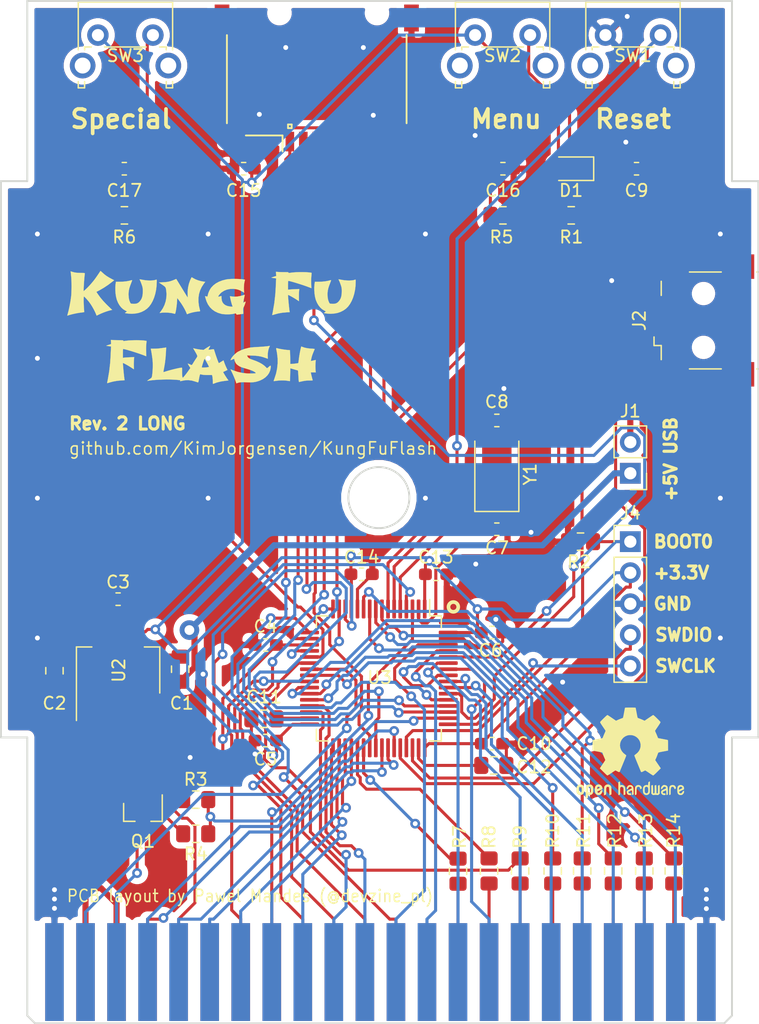
<source format=kicad_pcb>
(kicad_pcb (version 20171130) (host pcbnew "(5.1.9)-1")
  (title_block (title "Kung Fu Flash") (date 2019-12-15) (rev 1))
  (layers (0 F.Cu signal hide) (31 B.Cu signal hide) (34 B.Paste user hide) (35 F.Paste user) (36 B.SilkS user hide) (37 F.SilkS user) (38 B.Mask user hide) (39 F.Mask user hide) (44 Edge.Cuts user))
  (net 0 "")
  (net 1 GND)
  (net 2 /SD_CK)
  (net 3 +3V3)
  (net 4 /SD_D2)
  (net 5 /SD_D3)
  (net 6 /SD_CMD)
  (net 7 /~IRQ)
  (net 8 /R~W)
  (net 9 /~IO1)
  (net 10 /~GAME)
  (net 11 /~EXROM)
  (net 12 /~IO2)
  (net 13 /~ROML)
  (net 14 /CD7)
  (net 15 /BA)
  (net 16 +5V)
  (net 17 /CD6)
  (net 18 /CD5)
  (net 19 /CD4)
  (net 20 /CD3)
  (net 21 /CD2)
  (net 22 /CD1)
  (net 23 /CD0)
  (net 24 /A15)
  (net 25 /A14)
  (net 26 /A13)
  (net 27 /A12)
  (net 28 /A11)
  (net 29 /A10)
  (net 30 /~ROMH)
  (net 31 /~RESET)
  (net 32 /~NMI)
  (net 33 /PHI2)
  (net 34 /A4)
  (net 35 /A3)
  (net 36 /A2)
  (net 37 /A1)
  (net 38 /A0)
  (net 39 /A7)
  (net 40 /A6)
  (net 41 /A5)
  (net 42 /A8)
  (net 43 /A9)
  (net 44 /D2)
  (net 45 /D3)
  (net 46 /D1)
  (net 47 /D0)
  (net 48 /D4)
  (net 49 /D5)
  (net 50 /D7)
  (net 51 /D6)
  (net 52 "Net-(Q1-Pad1)")
  (net 53 /~RST_O)
  (net 54 /BOOT0)
  (net 55 "Net-(D1-Pad1)")
  (net 56 /~LED)
  (net 57 "Net-(C7-Pad2)")
  (net 58 "Net-(C8-Pad1)")
  (net 59 /~RST)
  (net 60 /MENU)
  (net 61 /SPECIAL)
  (net 62 "Net-(C11-Pad2)")
  (net 63 /SD_D0)
  (net 64 /SD_D1)
  (net 65 /USB_DM)
  (net 66 /USB_DP)
  (net 67 /SWDIO)
  (net 68 "Net-(C12-Pad1)")
  (net 69 /SWCLK)
  (net 70 +5C)
  (net 71 "Net-(R5-Pad1)")
  (net 72 "Net-(R6-Pad1)")
  (module Connector_USB:USB_Mini-B_Wuerth_65100516121_Horizontal (layer F.Cu) (at 126.958 82.378 90)
    (fp_text reference J2 (at 0 -5.25 90) (layer F.SilkS))
    (fp_text value USB_B_Mini)
    (pad "" np_thru_hole circle (at 2.2 0 90) (size 0.9 0.9) (drill 0.9) (layers *.Cu *.Mask))
    (pad "" np_thru_hole circle (at -2.2 0 90) (size 0.9 0.9) (drill 0.9) (layers *.Cu *.Mask))
    (pad 5 smd rect (at 1.6 -2.6 90) (size 0.5 2.5) (layers F.Cu F.Paste F.Mask) (net 1 GND))
    (pad 4 smd rect (at 0.8 -2.6 90) (size 0.5 2.5) (layers F.Cu F.Paste F.Mask))
    (pad 3 smd rect (at 0 -2.6 90) (size 0.5 2.5) (layers F.Cu F.Paste F.Mask) (net 66 /USB_DP))
    (pad 2 smd rect (at -0.8 -2.6 90) (size 0.5 2.5) (layers F.Cu F.Paste F.Mask) (net 65 /USB_DM))
    (pad 1 smd rect (at -1.6 -2.6 90) (size 0.5 2.5) (layers F.Cu F.Paste F.Mask) (net 70 +5C))
    (pad 6 smd rect (at 4.4 -2.6 90) (size 2 2.5) (layers F.Cu F.Paste F.Mask) (net 1 GND))
    (pad 6 smd rect (at -4.4 -2.6 90) (size 2 2.5) (layers F.Cu F.Paste F.Mask) (net 1 GND))
    (pad 6 smd rect (at 4.4 2.9 90) (size 2 2.5) (layers F.Cu F.Paste F.Mask) (net 1 GND))
    (pad 6 smd rect (at -4.4 2.9 90) (size 2 2.5) (layers F.Cu F.Paste F.Mask) (net 1 GND))
  )
  (module Capacitor_SMD:C_0805_2012Metric_Pad1.15x1.40mm_HandSolder (layer F.Cu) (at 109.8 118.745)
    (fp_text reference C12 (at 3.293 0.127 180) (layer F.SilkS))
    (fp_text value 2.2u)
    (pad 2 smd roundrect (at 1.025 0) (size 1.15 1.4) (layers F.Cu F.Paste F.Mask) (roundrect_rratio 0.217391) (net 1 GND))
    (pad 1 smd roundrect (at -1.025 0) (size 1.15 1.4) (layers F.Cu F.Paste F.Mask) (roundrect_rratio 0.217391) (net 68 "Net-(C12-Pad1)"))
  )
  (module Button_Switch_THT:SW_Tactile_SPST_Angled_PTS645Vx83-2LFS (layer F.Cu) (at 77.4065 59.055)
    (fp_text reference SW3 (at 2.25 1.68) (layer F.SilkS))
    (fp_text value Special)
    (pad "" thru_hole circle (at -1.25 2.49) (size 2.1 2.1) (drill 1.3) (layers *.Cu *.Mask))
    (pad 1 thru_hole circle (at 0 0) (size 1.75 1.75) (drill 0.99) (layers *.Cu *.Mask) (net 3 +3V3))
    (pad 2 thru_hole circle (at 4.5 0) (size 1.75 1.75) (drill 0.99) (layers *.Cu *.Mask) (net 72 "Net-(R6-Pad1)"))
    (pad "" thru_hole circle (at 5.76 2.49) (size 2.1 2.1) (drill 1.3) (layers *.Cu *.Mask))
  )
  (module Button_Switch_THT:SW_Tactile_SPST_Angled_PTS645Vx83-2LFS (layer F.Cu) (at 108.268 59.055)
    (fp_text reference SW2 (at 2.25 1.68) (layer F.SilkS))
    (fp_text value Menu)
    (pad "" thru_hole circle (at -1.25 2.49) (size 2.1 2.1) (drill 1.3) (layers *.Cu *.Mask))
    (pad 1 thru_hole circle (at 0 0) (size 1.75 1.75) (drill 0.99) (layers *.Cu *.Mask) (net 3 +3V3))
    (pad 2 thru_hole circle (at 4.5 0) (size 1.75 1.75) (drill 0.99) (layers *.Cu *.Mask) (net 71 "Net-(R5-Pad1)"))
    (pad "" thru_hole circle (at 5.76 2.49) (size 2.1 2.1) (drill 1.3) (layers *.Cu *.Mask))
  )
  (module Button_Switch_THT:SW_Tactile_SPST_Angled_PTS645Vx83-2LFS (layer F.Cu) (at 118.936 59.055)
    (fp_text reference SW1 (at 2.25 1.68) (layer F.SilkS))
    (fp_text value Reset)
    (pad "" thru_hole circle (at -1.25 2.49) (size 2.1 2.1) (drill 1.3) (layers *.Cu *.Mask))
    (pad 1 thru_hole circle (at 0 0) (size 1.75 1.75) (drill 0.99) (layers *.Cu *.Mask) (net 1 GND))
    (pad 2 thru_hole circle (at 4.5 0) (size 1.75 1.75) (drill 0.99) (layers *.Cu *.Mask) (net 59 /~RST))
    (pad "" thru_hole circle (at 5.76 2.49) (size 2.1 2.1) (drill 1.3) (layers *.Cu *.Mask))
  )
  (module Resistor_SMD:R_0805_2012Metric_Pad1.15x1.40mm_HandSolder (layer F.Cu) (at 124.524 127.372 270)
    (fp_text reference R14 (at -3.293 0.0005 90) (layer F.SilkS))
    (fp_text value 100R)
    (pad 2 smd roundrect (at 1.025 0 270) (size 1.15 1.4) (layers F.Cu F.Paste F.Mask) (roundrect_rratio 0.217391) (net 23 /CD0))
    (pad 1 smd roundrect (at -1.025 0 270) (size 1.15 1.4) (layers F.Cu F.Paste F.Mask) (roundrect_rratio 0.217391) (net 47 /D0))
  )
  (module Resistor_SMD:R_0805_2012Metric_Pad1.15x1.40mm_HandSolder (layer F.Cu) (at 122.11 127.372 270)
    (fp_text reference R13 (at -3.293 -0.1275 90) (layer F.SilkS))
    (fp_text value 100R)
    (pad 2 smd roundrect (at 1.025 0 270) (size 1.15 1.4) (layers F.Cu F.Paste F.Mask) (roundrect_rratio 0.217391) (net 22 /CD1))
    (pad 1 smd roundrect (at -1.025 0 270) (size 1.15 1.4) (layers F.Cu F.Paste F.Mask) (roundrect_rratio 0.217391) (net 46 /D1))
  )
  (module Resistor_SMD:R_0805_2012Metric_Pad1.15x1.40mm_HandSolder (layer F.Cu) (at 119.57 127.372 270)
    (fp_text reference R12 (at -3.293 -0.1275 90) (layer F.SilkS))
    (fp_text value 100R)
    (pad 2 smd roundrect (at 1.025 0 270) (size 1.15 1.4) (layers F.Cu F.Paste F.Mask) (roundrect_rratio 0.217391) (net 21 /CD2))
    (pad 1 smd roundrect (at -1.025 0 270) (size 1.15 1.4) (layers F.Cu F.Paste F.Mask) (roundrect_rratio 0.217391) (net 44 /D2))
  )
  (module Resistor_SMD:R_0805_2012Metric_Pad1.15x1.40mm_HandSolder (layer F.Cu) (at 117.03 127.372 270)
    (fp_text reference R11 (at -3.293 -0.1275 90) (layer F.SilkS))
    (fp_text value 100R)
    (pad 2 smd roundrect (at 1.025 0 270) (size 1.15 1.4) (layers F.Cu F.Paste F.Mask) (roundrect_rratio 0.217391) (net 20 /CD3))
    (pad 1 smd roundrect (at -1.025 0 270) (size 1.15 1.4) (layers F.Cu F.Paste F.Mask) (roundrect_rratio 0.217391) (net 45 /D3))
  )
  (module Resistor_SMD:R_0805_2012Metric_Pad1.15x1.40mm_HandSolder (layer F.Cu) (at 114.618 127.372 270)
    (fp_text reference R10 (at -3.293 0 90) (layer F.SilkS))
    (fp_text value 100R)
    (pad 2 smd roundrect (at 1.025 0 270) (size 1.15 1.4) (layers F.Cu F.Paste F.Mask) (roundrect_rratio 0.217391) (net 19 /CD4))
    (pad 1 smd roundrect (at -1.025 0 270) (size 1.15 1.4) (layers F.Cu F.Paste F.Mask) (roundrect_rratio 0.217391) (net 48 /D4))
  )
  (module Resistor_SMD:R_0805_2012Metric_Pad1.15x1.40mm_HandSolder (layer F.Cu) (at 111.95 127.372 270)
    (fp_text reference R9 (at -2.785 0 90) (layer F.SilkS))
    (fp_text value 100R)
    (pad 2 smd roundrect (at 1.025 0 270) (size 1.15 1.4) (layers F.Cu F.Paste F.Mask) (roundrect_rratio 0.217391) (net 18 /CD5))
    (pad 1 smd roundrect (at -1.025 0 270) (size 1.15 1.4) (layers F.Cu F.Paste F.Mask) (roundrect_rratio 0.217391) (net 49 /D5))
  )
  (module Resistor_SMD:R_0805_2012Metric_Pad1.15x1.40mm_HandSolder (layer F.Cu) (at 109.41 127.372 270)
    (fp_text reference R8 (at -2.785 0 90) (layer F.SilkS))
    (fp_text value 100R)
    (pad 2 smd roundrect (at 1.025 0 270) (size 1.15 1.4) (layers F.Cu F.Paste F.Mask) (roundrect_rratio 0.217391) (net 17 /CD6))
    (pad 1 smd roundrect (at -1.025 0 270) (size 1.15 1.4) (layers F.Cu F.Paste F.Mask) (roundrect_rratio 0.217391) (net 51 /D6))
  )
  (module Resistor_SMD:R_0805_2012Metric_Pad1.15x1.40mm_HandSolder (layer F.Cu) (at 106.87 127.39 270)
    (fp_text reference R7 (at -2.803 -0.1275 90) (layer F.SilkS))
    (fp_text value 100R)
    (pad 2 smd roundrect (at 1.025 0 270) (size 1.15 1.4) (layers F.Cu F.Paste F.Mask) (roundrect_rratio 0.217391) (net 14 /CD7))
    (pad 1 smd roundrect (at -1.025 0 270) (size 1.15 1.4) (layers F.Cu F.Paste F.Mask) (roundrect_rratio 0.217391) (net 50 /D7))
  )
  (module Package_QFP:LQFP-64_10x10mm_P0.5mm (layer F.Cu) (at 100.394 111.633 270)
    (fp_text reference U3 (at -0.0635 -0.0635) (layer F.SilkS))
    (fp_text value STM32F405RGTx)
    (pad 64 smd roundrect (at -3.75 -5.675 270) (size 0.3 1.55) (layers F.Cu F.Paste F.Mask) (net 3 +3V3))
    (pad 63 smd roundrect (at -3.25 -5.675 270) (size 0.3 1.55) (layers F.Cu F.Paste F.Mask) (net 1 GND))
    (pad 62 smd roundrect (at -2.75 -5.675 270) (size 0.3 1.55) (layers F.Cu F.Paste F.Mask) (net 43 /A9))
    (pad 61 smd roundrect (at -2.25 -5.675 270) (size 0.3 1.55) (layers F.Cu F.Paste F.Mask) (net 42 /A8))
    (pad 60 smd roundrect (at -1.75 -5.675 270) (size 0.3 1.55) (layers F.Cu F.Paste F.Mask) (net 54 /BOOT0))
    (pad 59 smd roundrect (at -1.25 -5.675 270) (size 0.3 1.55) (layers F.Cu F.Paste F.Mask) (net 39 /A7))
    (pad 58 smd roundrect (at -0.75 -5.675 270) (size 0.3 1.55) (layers F.Cu F.Paste F.Mask) (net 40 /A6))
    (pad 57 smd roundrect (at -0.25 -5.675 270) (size 0.3 1.55) (layers F.Cu F.Paste F.Mask) (net 41 /A5))
    (pad 56 smd roundrect (at 0.25 -5.675 270) (size 0.3 1.55) (layers F.Cu F.Paste F.Mask) (net 34 /A4))
    (pad 55 smd roundrect (at 0.75 -5.675 270) (size 0.3 1.55) (layers F.Cu F.Paste F.Mask) (net 35 /A3))
    (pad 54 smd roundrect (at 1.25 -5.675 270) (size 0.3 1.55) (layers F.Cu F.Paste F.Mask) (net 6 /SD_CMD))
    (pad 53 smd roundrect (at 1.75 -5.675 270) (size 0.3 1.55) (layers F.Cu F.Paste F.Mask) (net 2 /SD_CK))
    (pad 52 smd roundrect (at 2.25 -5.675 270) (size 0.3 1.55) (layers F.Cu F.Paste F.Mask) (net 5 /SD_D3))
    (pad 51 smd roundrect (at 2.75 -5.675 270) (size 0.3 1.55) (layers F.Cu F.Paste F.Mask) (net 4 /SD_D2))
    (pad 50 smd roundrect (at 3.25 -5.675 270) (size 0.3 1.55) (layers F.Cu F.Paste F.Mask) (net 53 /~RST_O))
    (pad 49 smd roundrect (at 3.75 -5.675 270) (size 0.3 1.55) (layers F.Cu F.Paste F.Mask) (net 69 /SWCLK))
    (pad 48 smd roundrect (at 5.675 -3.75 270) (size 1.55 0.3) (layers F.Cu F.Paste F.Mask) (net 3 +3V3))
    (pad 47 smd roundrect (at 5.675 -3.25 270) (size 1.55 0.3) (layers F.Cu F.Paste F.Mask) (net 68 "Net-(C12-Pad1)"))
    (pad 46 smd roundrect (at 5.675 -2.75 270) (size 1.55 0.3) (layers F.Cu F.Paste F.Mask) (net 67 /SWDIO))
    (pad 45 smd roundrect (at 5.675 -2.25 270) (size 1.55 0.3) (layers F.Cu F.Paste F.Mask) (net 66 /USB_DP))
    (pad 44 smd roundrect (at 5.675 -1.75 270) (size 1.55 0.3) (layers F.Cu F.Paste F.Mask) (net 65 /USB_DM))
    (pad 43 smd roundrect (at 5.675 -1.25 270) (size 1.55 0.3) (layers F.Cu F.Paste F.Mask) (net 32 /~NMI))
    (pad 42 smd roundrect (at 5.675 -0.75 270) (size 1.55 0.3) (layers F.Cu F.Paste F.Mask) (net 7 /~IRQ))
    (pad 41 smd roundrect (at 5.675 -0.25 270) (size 1.55 0.3) (layers F.Cu F.Paste F.Mask) (net 33 /PHI2))
    (pad 40 smd roundrect (at 5.675 0.25 270) (size 1.55 0.3) (layers F.Cu F.Paste F.Mask) (net 64 /SD_D1))
    (pad 39 smd roundrect (at 5.675 0.75 270) (size 1.55 0.3) (layers F.Cu F.Paste F.Mask) (net 63 /SD_D0))
    (pad 38 smd roundrect (at 5.675 1.25 270) (size 1.55 0.3) (layers F.Cu F.Paste F.Mask) (net 50 /D7))
    (pad 37 smd roundrect (at 5.675 1.75 270) (size 1.55 0.3) (layers F.Cu F.Paste F.Mask) (net 51 /D6))
    (pad 36 smd roundrect (at 5.675 2.25 270) (size 1.55 0.3) (layers F.Cu F.Paste F.Mask) (net 24 /A15))
    (pad 35 smd roundrect (at 5.675 2.75 270) (size 1.55 0.3) (layers F.Cu F.Paste F.Mask) (net 25 /A14))
    (pad 34 smd roundrect (at 5.675 3.25 270) (size 1.55 0.3) (layers F.Cu F.Paste F.Mask) (net 26 /A13))
    (pad 33 smd roundrect (at 5.675 3.75 270) (size 1.55 0.3) (layers F.Cu F.Paste F.Mask) (net 27 /A12))
    (pad 32 smd roundrect (at 3.75 5.675 270) (size 0.3 1.55) (layers F.Cu F.Paste F.Mask) (net 3 +3V3))
    (pad 31 smd roundrect (at 3.25 5.675 270) (size 0.3 1.55) (layers F.Cu F.Paste F.Mask) (net 62 "Net-(C11-Pad2)"))
    (pad 30 smd roundrect (at 2.75 5.675 270) (size 0.3 1.55) (layers F.Cu F.Paste F.Mask) (net 28 /A11))
    (pad 29 smd roundrect (at 2.25 5.675 270) (size 0.3 1.55) (layers F.Cu F.Paste F.Mask) (net 29 /A10))
    (pad 28 smd roundrect (at 1.75 5.675 270) (size 0.3 1.55) (layers F.Cu F.Paste F.Mask) (net 36 /A2))
    (pad 27 smd roundrect (at 1.25 5.675 270) (size 0.3 1.55) (layers F.Cu F.Paste F.Mask) (net 37 /A1))
    (pad 26 smd roundrect (at 0.75 5.675 270) (size 0.3 1.55) (layers F.Cu F.Paste F.Mask) (net 38 /A0))
    (pad 25 smd roundrect (at 0.25 5.675 270) (size 0.3 1.55) (layers F.Cu F.Paste F.Mask) (net 49 /D5))
    (pad 24 smd roundrect (at -0.25 5.675 270) (size 0.3 1.55) (layers F.Cu F.Paste F.Mask) (net 48 /D4))
    (pad 23 smd roundrect (at -0.75 5.675 270) (size 0.3 1.55) (layers F.Cu F.Paste F.Mask) (net 30 /~ROMH))
    (pad 22 smd roundrect (at -1.25 5.675 270) (size 0.3 1.55) (layers F.Cu F.Paste F.Mask) (net 13 /~ROML))
    (pad 21 smd roundrect (at -1.75 5.675 270) (size 0.3 1.55) (layers F.Cu F.Paste F.Mask) (net 61 /SPECIAL))
    (pad 20 smd roundrect (at -2.25 5.675 270) (size 0.3 1.55) (layers F.Cu F.Paste F.Mask) (net 60 /MENU))
    (pad 19 smd roundrect (at -2.75 5.675 270) (size 0.3 1.55) (layers F.Cu F.Paste F.Mask) (net 3 +3V3))
    (pad 18 smd roundrect (at -3.25 5.675 270) (size 0.3 1.55) (layers F.Cu F.Paste F.Mask) (net 1 GND))
    (pad 17 smd roundrect (at -3.75 5.675 270) (size 0.3 1.55) (layers F.Cu F.Paste F.Mask) (net 15 /BA))
    (pad 16 smd roundrect (at -5.675 3.75 270) (size 1.55 0.3) (layers F.Cu F.Paste F.Mask) (net 12 /~IO2))
    (pad 15 smd roundrect (at -5.675 3.25 270) (size 1.55 0.3) (layers F.Cu F.Paste F.Mask) (net 9 /~IO1))
    (pad 14 smd roundrect (at -5.675 2.75 270) (size 1.55 0.3) (layers F.Cu F.Paste F.Mask) (net 8 /R~W))
    (pad 13 smd roundrect (at -5.675 2.25 270) (size 1.55 0.3) (layers F.Cu F.Paste F.Mask) (net 3 +3V3))
    (pad 12 smd roundrect (at -5.675 1.75 270) (size 1.55 0.3) (layers F.Cu F.Paste F.Mask) (net 1 GND))
    (pad 11 smd roundrect (at -5.675 1.25 270) (size 1.55 0.3) (layers F.Cu F.Paste F.Mask) (net 45 /D3))
    (pad 10 smd roundrect (at -5.675 0.75 270) (size 1.55 0.3) (layers F.Cu F.Paste F.Mask) (net 44 /D2))
    (pad 9 smd roundrect (at -5.675 0.25 270) (size 1.55 0.3) (layers F.Cu F.Paste F.Mask) (net 46 /D1))
    (pad 8 smd roundrect (at -5.675 -0.25 270) (size 1.55 0.3) (layers F.Cu F.Paste F.Mask) (net 47 /D0))
    (pad 7 smd roundrect (at -5.675 -0.75 270) (size 1.55 0.3) (layers F.Cu F.Paste F.Mask) (net 59 /~RST))
    (pad 6 smd roundrect (at -5.675 -1.25 270) (size 1.55 0.3) (layers F.Cu F.Paste F.Mask) (net 58 "Net-(C8-Pad1)"))
    (pad 5 smd roundrect (at -5.675 -1.75 270) (size 1.55 0.3) (layers F.Cu F.Paste F.Mask) (net 57 "Net-(C7-Pad2)"))
    (pad 4 smd roundrect (at -5.675 -2.25 270) (size 1.55 0.3) (layers F.Cu F.Paste F.Mask) (net 11 /~EXROM))
    (pad 3 smd roundrect (at -5.675 -2.75 270) (size 1.55 0.3) (layers F.Cu F.Paste F.Mask) (net 10 /~GAME))
    (pad 2 smd roundrect (at -5.675 -3.25 270) (size 1.55 0.3) (layers F.Cu F.Paste F.Mask) (net 56 /~LED))
    (pad 1 smd roundrect (at -5.675 -3.75 270) (size 1.55 0.3) (layers F.Cu F.Paste F.Mask) (net 3 +3V3))
  )
  (module Crystal:Crystal_SMD_5032-2Pin_5.0x3.2mm (layer F.Cu) (at 110.046 94.9415 90)
    (fp_text reference Y1 (at 0 2.7305 90) (layer F.SilkS))
    (fp_text value 8MHz)
    (pad 2 smd rect (at 1.85 0 90) (size 2 2.4) (layers F.Cu F.Paste F.Mask) (net 58 "Net-(C8-Pad1)"))
    (pad 1 smd rect (at -1.85 0 90) (size 2 2.4) (layers F.Cu F.Paste F.Mask) (net 57 "Net-(C7-Pad2)"))
  )
  (module Capacitor_SMD:C_0603_1608Metric_Pad1.05x0.95mm_HandSolder (layer F.Cu) (at 79.5655 69.977)
    (fp_text reference C17 (at 0 1.778) (layer F.SilkS))
    (fp_text value 100n)
    (pad 2 smd roundrect (at 0.875 0) (size 1.05 0.95) (layers F.Cu F.Paste F.Mask) (net 1 GND))
    (pad 1 smd roundrect (at -0.875 0) (size 1.05 0.95) (layers F.Cu F.Paste F.Mask) (net 61 /SPECIAL))
  )
  (module Capacitor_SMD:C_0603_1608Metric_Pad1.05x0.95mm_HandSolder (layer F.Cu) (at 110.544 69.977)
    (fp_text reference C16 (at 0.009 1.778) (layer F.SilkS))
    (fp_text value 100n)
    (pad 2 smd roundrect (at 0.875 0) (size 1.05 0.95) (layers F.Cu F.Paste F.Mask) (net 1 GND))
    (pad 1 smd roundrect (at -0.875 0) (size 1.05 0.95) (layers F.Cu F.Paste F.Mask) (net 60 /MENU))
  )
  (module Capacitor_SMD:C_0603_1608Metric_Pad1.05x0.95mm_HandSolder (layer F.Cu) (at 89.3305 69.977 180)
    (fp_text reference C15 (at 0 -1.778 180) (layer F.SilkS))
    (fp_text value 100n)
    (pad 2 smd roundrect (at 0.875 0 180) (size 1.05 0.95) (layers F.Cu F.Paste F.Mask) (net 1 GND))
    (pad 1 smd roundrect (at -0.875 0 180) (size 1.05 0.95) (layers F.Cu F.Paste F.Mask) (net 3 +3V3))
  )
  (module Capacitor_SMD:C_0603_1608Metric_Pad1.05x0.95mm_HandSolder (layer F.Cu) (at 79.0575 105.156 180)
    (fp_text reference C3 (at 0 1.397 180) (layer F.SilkS))
    (fp_text value 100n)
    (pad 2 smd roundrect (at 0.875 0 180) (size 1.05 0.95) (layers F.Cu F.Paste F.Mask) (net 1 GND))
    (pad 1 smd roundrect (at -0.875 0 180) (size 1.05 0.95) (layers F.Cu F.Paste F.Mask) (net 3 +3V3))
  )
  (module Capacitor_SMD:C_0603_1608Metric_Pad1.05x0.95mm_HandSolder (layer F.Cu) (at 91.1365 108.902 180)
    (fp_text reference C4 (at 0.014 1.524 180) (layer F.SilkS))
    (fp_text value 100n)
    (pad 2 smd roundrect (at 0.875 0 180) (size 1.05 0.95) (layers F.Cu F.Paste F.Mask) (net 1 GND))
    (pad 1 smd roundrect (at -0.875 0 180) (size 1.05 0.95) (layers F.Cu F.Paste F.Mask) (net 3 +3V3))
  )
  (module Capacitor_SMD:C_0603_1608Metric_Pad1.05x0.95mm_HandSolder (layer F.Cu) (at 91.1365 116.713 180)
    (fp_text reference C5 (at 0.014 -1.524 180) (layer F.SilkS))
    (fp_text value 100n)
    (pad 2 smd roundrect (at 0.875 0 180) (size 1.05 0.95) (layers F.Cu F.Paste F.Mask) (net 1 GND))
    (pad 1 smd roundrect (at -0.875 0 180) (size 1.05 0.95) (layers F.Cu F.Paste F.Mask) (net 3 +3V3))
  )
  (module Capacitor_SMD:C_0603_1608Metric_Pad1.05x0.95mm_HandSolder (layer F.Cu) (at 109.65 107.886)
    (fp_text reference C6 (at -0.113 1.4605) (layer F.SilkS))
    (fp_text value 100n)
    (pad 2 smd roundrect (at 0.875 0) (size 1.05 0.95) (layers F.Cu F.Paste F.Mask) (net 1 GND))
    (pad 1 smd roundrect (at -0.875 0) (size 1.05 0.95) (layers F.Cu F.Paste F.Mask) (net 3 +3V3))
  )
  (module Capacitor_SMD:C_0603_1608Metric_Pad1.05x0.95mm_HandSolder (layer F.Cu) (at 110.046 99.441 180)
    (fp_text reference C7 (at -0.0145 -1.524) (layer F.SilkS))
    (fp_text value 20p)
    (pad 2 smd roundrect (at 0.875 0 180) (size 1.05 0.95) (layers F.Cu F.Paste F.Mask) (net 57 "Net-(C7-Pad2)"))
    (pad 1 smd roundrect (at -0.875 0 180) (size 1.05 0.95) (layers F.Cu F.Paste F.Mask) (net 1 GND))
  )
  (module Capacitor_SMD:C_0603_1608Metric_Pad1.05x0.95mm_HandSolder (layer F.Cu) (at 110.046 90.551)
    (fp_text reference C8 (at 0 -1.524) (layer F.SilkS))
    (fp_text value 20p)
    (pad 2 smd roundrect (at 0.875 0) (size 1.05 0.95) (layers F.Cu F.Paste F.Mask) (net 1 GND))
    (pad 1 smd roundrect (at -0.875 0) (size 1.05 0.95) (layers F.Cu F.Paste F.Mask) (net 58 "Net-(C8-Pad1)"))
  )
  (module Capacitor_SMD:C_0603_1608Metric_Pad1.05x0.95mm_HandSolder (layer F.Cu) (at 121.476 69.977 180)
    (fp_text reference C9 (at 0 -1.778 180) (layer F.SilkS))
    (fp_text value 100n)
    (pad 2 smd roundrect (at 0.875 0 180) (size 1.05 0.95) (layers F.Cu F.Paste F.Mask) (net 1 GND))
    (pad 1 smd roundrect (at -0.875 0 180) (size 1.05 0.95) (layers F.Cu F.Paste F.Mask) (net 59 /~RST))
  )
  (module Capacitor_SMD:C_0603_1608Metric_Pad1.05x0.95mm_HandSolder (layer F.Cu) (at 109.65 116.967)
    (fp_text reference C10 (at 3.443 0) (layer F.SilkS))
    (fp_text value 100n)
    (pad 2 smd roundrect (at 0.875 0) (size 1.05 0.95) (layers F.Cu F.Paste F.Mask) (net 1 GND))
    (pad 1 smd roundrect (at -0.875 0) (size 1.05 0.95) (layers F.Cu F.Paste F.Mask) (net 3 +3V3))
  )
  (module Capacitor_SMD:C_0603_1608Metric_Pad1.05x0.95mm_HandSolder (layer F.Cu) (at 98.9825 103.124)
    (fp_text reference C14 (at 0 -1.397) (layer F.SilkS))
    (fp_text value 100n)
    (pad 2 smd roundrect (at 0.875 0) (size 1.05 0.95) (layers F.Cu F.Paste F.Mask) (net 1 GND))
    (pad 1 smd roundrect (at -0.875 0) (size 1.05 0.95) (layers F.Cu F.Paste F.Mask) (net 3 +3V3))
  )
  (module Capacitor_SMD:C_0603_1608Metric_Pad1.05x0.95mm_HandSolder (layer F.Cu) (at 105.078 103.124)
    (fp_text reference C13 (at -0.014 -1.397) (layer F.SilkS))
    (fp_text value 100n)
    (pad 2 smd roundrect (at 0.875 0) (size 1.05 0.95) (layers F.Cu F.Paste F.Mask) (net 1 GND))
    (pad 1 smd roundrect (at -0.875 0) (size 1.05 0.95) (layers F.Cu F.Paste F.Mask) (net 3 +3V3))
  )
  (module Capacitor_SMD:C_0805_2012Metric_Pad1.15x1.40mm_HandSolder (layer F.Cu) (at 73.8505 111.007 270)
    (fp_text reference C2 (at 2.658 0) (layer F.SilkS))
    (fp_text value 10u)
    (pad 2 smd roundrect (at 1.025 0 270) (size 1.15 1.4) (layers F.Cu F.Paste F.Mask) (roundrect_rratio 0.217391) (net 1 GND))
    (pad 1 smd roundrect (at -1.025 0 270) (size 1.15 1.4) (layers F.Cu F.Paste F.Mask) (roundrect_rratio 0.217391) (net 3 +3V3))
  )
  (module Capacitor_SMD:C_0805_2012Metric_Pad1.15x1.40mm_HandSolder (layer F.Cu) (at 90.9865 114.935)
    (fp_text reference C11 (at 0.009 -1.778) (layer F.SilkS))
    (fp_text value 2.2u)
    (pad 2 smd roundrect (at 1.025 0) (size 1.15 1.4) (layers F.Cu F.Paste F.Mask) (roundrect_rratio 0.217391) (net 62 "Net-(C11-Pad2)"))
    (pad 1 smd roundrect (at -1.025 0) (size 1.15 1.4) (layers F.Cu F.Paste F.Mask) (roundrect_rratio 0.217391) (net 1 GND))
  )
  (module Capacitor_SMD:C_0805_2012Metric_Pad1.15x1.40mm_HandSolder (layer F.Cu) (at 84.1375 110.88 90)
    (fp_text reference C1 (at -2.785 0.127 180) (layer F.SilkS))
    (fp_text value 10u)
    (pad 2 smd roundrect (at 1.025 0 90) (size 1.15 1.4) (layers F.Cu F.Paste F.Mask) (roundrect_rratio 0.217391) (net 1 GND))
    (pad 1 smd roundrect (at -1.025 0 90) (size 1.15 1.4) (layers F.Cu F.Paste F.Mask) (roundrect_rratio 0.217391) (net 16 +5V))
  )
  (module Connector_PinHeader_2.54mm:PinHeader_1x02_P2.54mm_Vertical (layer F.Cu) (at 120.968 94.869 180)
    (fp_text reference J1 (at 0.0005 5.08) (layer F.SilkS))
    (fp_text value "USB Power")
    (pad 2 thru_hole oval (at 0 2.54 180) (size 1.7 1.7) (drill 1) (layers *.Cu *.Mask) (net 70 +5C))
    (pad 1 thru_hole rect (at 0 0 180) (size 1.7 1.7) (drill 1) (layers *.Cu *.Mask) (net 16 +5V))
  )
  (module Connector_PinHeader_2.54mm:PinHeader_1x05_P2.54mm_Vertical (layer F.Cu) (at 120.968 100.457)
    (fp_text reference J4 (at 0 -2.33) (layer F.SilkS))
    (fp_text value SWD)
    (pad 5 thru_hole oval (at 0 10.16) (size 1.7 1.7) (drill 1) (layers *.Cu *.Mask) (net 69 /SWCLK))
    (pad 4 thru_hole oval (at 0 7.62) (size 1.7 1.7) (drill 1) (layers *.Cu *.Mask) (net 67 /SWDIO))
    (pad 3 thru_hole oval (at 0 5.08) (size 1.7 1.7) (drill 1) (layers *.Cu *.Mask) (net 1 GND))
    (pad 2 thru_hole oval (at 0 2.54) (size 1.7 1.7) (drill 1) (layers *.Cu *.Mask) (net 3 +3V3))
    (pad 1 thru_hole rect (at 0 0) (size 1.7 1.7) (drill 1) (layers *.Cu *.Mask) (net 54 /BOOT0))
  )
  (module LED_SMD:LED_0805_2012Metric_Pad1.15x1.40mm_HandSolder (layer F.Cu) (at 116.11 69.977 180)
    (fp_text reference D1 (at -0.0095 -1.778) (layer F.SilkS))
    (fp_text value LED)
    (pad 2 smd roundrect (at 1.025 0 180) (size 1.15 1.4) (layers F.Cu F.Paste F.Mask) (roundrect_rratio 0.217391) (net 3 +3V3))
    (pad 1 smd roundrect (at -1.025 0 180) (size 1.15 1.4) (layers F.Cu F.Paste F.Mask) (roundrect_rratio 0.217391) (net 55 "Net-(D1-Pad1)"))
  )
  (module Package_TO_SOT_SMD:SOT-223-3_TabPin2 (layer F.Cu) (at 79.0575 110.973 90)
    (fp_text reference U2 (at 0 0.0635 90) (layer F.SilkS))
    (fp_text value AMS1117-3.3)
    (pad 1 smd rect (at -3.15 -2.3 90) (size 2 1.5) (layers F.Cu F.Paste F.Mask) (net 1 GND))
    (pad 3 smd rect (at -3.15 2.3 90) (size 2 1.5) (layers F.Cu F.Paste F.Mask) (net 16 +5V))
    (pad 2 smd rect (at -3.15 0 90) (size 2 1.5) (layers F.Cu F.Paste F.Mask) (net 3 +3V3))
    (pad 2 smd rect (at 3.15 0 90) (size 2 3.8) (layers F.Cu F.Paste F.Mask) (net 3 +3V3))
  )
  (module Package_TO_SOT_SMD:SOT-23 (layer F.Cu) (at 81.0895 122.555 270)
    (fp_text reference Q1 (at 2.397 0) (layer F.SilkS))
    (fp_text value BC817)
    (pad 3 smd rect (at 1 0 270) (size 0.9 0.8) (layers F.Cu F.Paste F.Mask) (net 31 /~RESET))
    (pad 2 smd rect (at -1 0.95 270) (size 0.9 0.8) (layers F.Cu F.Paste F.Mask) (net 1 GND))
    (pad 1 smd rect (at -1 -0.95 270) (size 0.9 0.8) (layers F.Cu F.Paste F.Mask) (net 52 "Net-(Q1-Pad1)"))
  )
  (module Resistor_SMD:R_0805_2012Metric_Pad1.15x1.40mm_HandSolder (layer F.Cu) (at 116.132 73.787)
    (fp_text reference R1 (at 0.009 1.778) (layer F.SilkS))
    (fp_text value 510R)
    (pad 2 smd roundrect (at 1.025 0) (size 1.15 1.4) (layers F.Cu F.Paste F.Mask) (roundrect_rratio 0.217391) (net 55 "Net-(D1-Pad1)"))
    (pad 1 smd roundrect (at -1.025 0) (size 1.15 1.4) (layers F.Cu F.Paste F.Mask) (roundrect_rratio 0.217391) (net 56 /~LED))
  )
  (module Resistor_SMD:R_0805_2012Metric_Pad1.15x1.40mm_HandSolder (layer F.Cu) (at 116.894 100.457 180)
    (fp_text reference R2 (at 0.1175 -1.651 180) (layer F.SilkS))
    (fp_text value 10k)
    (pad 2 smd roundrect (at 1.025 0 180) (size 1.15 1.4) (layers F.Cu F.Paste F.Mask) (roundrect_rratio 0.217391) (net 1 GND))
    (pad 1 smd roundrect (at -1.025 0 180) (size 1.15 1.4) (layers F.Cu F.Paste F.Mask) (roundrect_rratio 0.217391) (net 54 /BOOT0))
  )
  (module Resistor_SMD:R_0805_2012Metric_Pad1.15x1.40mm_HandSolder (layer F.Cu) (at 85.4075 121.539)
    (fp_text reference R3 (at 0 -1.65 180) (layer F.SilkS))
    (fp_text value 10k)
    (pad 2 smd roundrect (at 1.025 0) (size 1.15 1.4) (layers F.Cu F.Paste F.Mask) (roundrect_rratio 0.217391) (net 53 /~RST_O))
    (pad 1 smd roundrect (at -1.025 0) (size 1.15 1.4) (layers F.Cu F.Paste F.Mask) (roundrect_rratio 0.217391) (net 3 +3V3))
  )
  (module Resistor_SMD:R_0805_2012Metric_Pad1.15x1.40mm_HandSolder (layer F.Cu) (at 85.4075 124.333)
    (fp_text reference R4 (at 0 1.651) (layer F.SilkS))
    (fp_text value 510R)
    (pad 2 smd roundrect (at 1.025 0) (size 1.15 1.4) (layers F.Cu F.Paste F.Mask) (roundrect_rratio 0.217391) (net 53 /~RST_O))
    (pad 1 smd roundrect (at -1.025 0) (size 1.15 1.4) (layers F.Cu F.Paste F.Mask) (roundrect_rratio 0.217391) (net 52 "Net-(Q1-Pad1)"))
  )
  (module Resistor_SMD:R_0805_2012Metric_Pad1.15x1.40mm_HandSolder (layer F.Cu) (at 110.544 73.787 180)
    (fp_text reference R5 (at 0.1175 -1.778) (layer F.SilkS))
    (fp_text value 510R)
    (pad 2 smd roundrect (at 1.025 0 180) (size 1.15 1.4) (layers F.Cu F.Paste F.Mask) (roundrect_rratio 0.217391) (net 60 /MENU))
    (pad 1 smd roundrect (at -1.025 0 180) (size 1.15 1.4) (layers F.Cu F.Paste F.Mask) (roundrect_rratio 0.217391) (net 71 "Net-(R5-Pad1)"))
  )
  (module Resistor_SMD:R_0805_2012Metric_Pad1.15x1.40mm_HandSolder (layer F.Cu) (at 79.5745 73.787 180)
    (fp_text reference R6 (at 0.009 -1.778 180) (layer F.SilkS))
    (fp_text value 510R)
    (pad 2 smd roundrect (at 1.025 0 180) (size 1.15 1.4) (layers F.Cu F.Paste F.Mask) (roundrect_rratio 0.217391) (net 61 /SPECIAL))
    (pad 1 smd roundrect (at -1.025 0 180) (size 1.15 1.4) (layers F.Cu F.Paste F.Mask) (roundrect_rratio 0.217391) (net 72 "Net-(R6-Pad1)"))
  )
  (module Symbol:OSHW-Logo2_9.8x8mm_SilkScreen (layer F.Cu) (at 120.9675 117.729)
    (fp_text reference REF** hide)
    (fp_text value OSHW-Logo2_9.8x8mm_SilkScreen hide)
  )
  (module mod:C64-Cart (layer F.Cu) (at 71.3105 139.573)
    (fp_text reference U1 hide)
    (fp_text value C64-Exp-Port hide)
    (pad N smd rect (at 30.48 -3.938274) (size 1.524 8) (layers B.Cu B.Paste B.Mask) (net 43 /A9))
    (pad P smd rect (at 33.02 -3.938274) (size 1.524 8) (layers B.Cu B.Paste B.Mask) (net 42 /A8))
    (pad T smd rect (at 40.64 -3.938274) (size 1.524 8) (layers B.Cu B.Paste B.Mask) (net 41 /A5))
    (pad S smd rect (at 38.1 -3.938274) (size 1.524 8) (layers B.Cu B.Paste B.Mask) (net 40 /A6))
    (pad R smd rect (at 35.56 -3.938274) (size 1.524 8) (layers B.Cu B.Paste B.Mask) (net 39 /A7))
    (pad Z smd rect (at 55.88 -3.938274) (size 1.524 8) (layers B.Cu B.Paste B.Mask) (net 1 GND))
    (pad Y smd rect (at 53.34 -3.938274) (size 1.524 8) (layers B.Cu B.Paste B.Mask) (net 38 /A0))
    (pad X smd rect (at 50.8 -3.938274) (size 1.524 8) (layers B.Cu B.Paste B.Mask) (net 37 /A1))
    (pad W smd rect (at 48.26 -3.938274) (size 1.524 8) (layers B.Cu B.Paste B.Mask) (net 36 /A2))
    (pad V smd rect (at 45.72 -3.938274) (size 1.524 8) (layers B.Cu B.Paste B.Mask) (net 35 /A3))
    (pad U smd rect (at 43.18 -3.938274) (size 1.524 8) (layers B.Cu B.Paste B.Mask) (net 34 /A4))
    (pad A smd rect (at 2.54 -3.938274) (size 1.524 8) (layers B.Cu B.Paste B.Mask) (net 1 GND))
    (pad E smd rect (at 12.7 -3.938274) (size 1.524 8) (layers B.Cu B.Paste B.Mask) (net 33 /PHI2))
    (pad D smd rect (at 10.16 -3.938274) (size 1.524 8) (layers B.Cu B.Paste B.Mask) (net 32 /~NMI))
    (pad C smd rect (at 7.62 -3.938274) (size 1.524 8) (layers B.Cu B.Paste B.Mask) (net 31 /~RESET))
    (pad B smd rect (at 5.08 -3.938274) (size 1.524 8) (layers B.Cu B.Paste B.Mask) (net 30 /~ROMH))
    (pad M smd rect (at 27.94 -3.938274) (size 1.524 8) (layers B.Cu B.Paste B.Mask) (net 29 /A10))
    (pad L smd rect (at 25.4 -3.938274) (size 1.524 8) (layers B.Cu B.Paste B.Mask) (net 28 /A11))
    (pad K smd rect (at 22.86 -3.938274) (size 1.524 8) (layers B.Cu B.Paste B.Mask) (net 27 /A12))
    (pad J smd rect (at 20.32 -3.938274) (size 1.524 8) (layers B.Cu B.Paste B.Mask) (net 26 /A13))
    (pad H smd rect (at 17.78 -3.938274) (size 1.524 8) (layers B.Cu B.Paste B.Mask) (net 25 /A14))
    (pad F smd rect (at 15.24 -3.938274) (size 1.524 8) (layers B.Cu B.Paste B.Mask) (net 24 /A15))
    (pad 22 smd rect (at 55.88 -3.938274 180) (size 1.524 8) (layers F.Cu F.Paste F.Mask) (net 1 GND))
    (pad 21 smd rect (at 53.34 -3.938274 180) (size 1.524 8) (layers F.Cu F.Paste F.Mask) (net 23 /CD0))
    (pad 20 smd rect (at 50.8 -3.938274 180) (size 1.524 8) (layers F.Cu F.Paste F.Mask) (net 22 /CD1))
    (pad 19 smd rect (at 48.26 -3.938274 180) (size 1.524 8) (layers F.Cu F.Paste F.Mask) (net 21 /CD2))
    (pad 18 smd rect (at 45.72 -3.938274 180) (size 1.524 8) (layers F.Cu F.Paste F.Mask) (net 20 /CD3))
    (pad 17 smd rect (at 43.18 -3.938274 180) (size 1.524 8) (layers F.Cu F.Paste F.Mask) (net 19 /CD4))
    (pad 16 smd rect (at 40.64 -3.938274 180) (size 1.524 8) (layers F.Cu F.Paste F.Mask) (net 18 /CD5))
    (pad 15 smd rect (at 38.1 -3.938274 180) (size 1.524 8) (layers F.Cu F.Paste F.Mask) (net 17 /CD6))
    (pad 3 smd rect (at 7.62 -3.938274 180) (size 1.524 8) (layers F.Cu F.Paste F.Mask) (net 16 +5V))
    (pad 2 smd rect (at 5.08 -3.938274 180) (size 1.524 8) (layers F.Cu F.Paste F.Mask) (net 16 +5V))
    (pad 12 smd rect (at 30.48 -3.938274 180) (size 1.524 8) (layers F.Cu F.Paste F.Mask) (net 15 /BA))
    (pad 14 smd rect (at 35.56 -3.938274 180) (size 1.524 8) (layers F.Cu F.Paste F.Mask) (net 14 /CD7))
    (pad 13 smd rect (at 33.02 -3.938274 180) (size 1.524 8) (layers F.Cu F.Paste F.Mask))
    (pad 11 smd rect (at 27.94 -3.938274 180) (size 1.524 8) (layers F.Cu F.Paste F.Mask) (net 13 /~ROML))
    (pad 10 smd rect (at 25.4 -3.938274 180) (size 1.524 8) (layers F.Cu F.Paste F.Mask) (net 12 /~IO2))
    (pad 9 smd rect (at 22.86 -3.938274 180) (size 1.524 8) (layers F.Cu F.Paste F.Mask) (net 11 /~EXROM))
    (pad 8 smd rect (at 20.32 -3.938274 180) (size 1.524 8) (layers F.Cu F.Paste F.Mask) (net 10 /~GAME))
    (pad 7 smd rect (at 17.78 -3.938274 180) (size 1.524 8) (layers F.Cu F.Paste F.Mask) (net 9 /~IO1))
    (pad 6 smd rect (at 15.24 -3.938274 180) (size 1.524 8) (layers F.Cu F.Paste F.Mask))
    (pad 5 smd rect (at 12.7 -3.938274 180) (size 1.524 8) (layers F.Cu F.Paste F.Mask) (net 8 /R~W))
    (pad 4 smd rect (at 10.16 -3.938274 180) (size 1.524 8) (layers F.Cu F.Paste F.Mask) (net 7 /~IRQ))
    (pad 1 smd rect (at 2.54 -3.938274 180) (size 1.524 8) (layers F.Cu F.Paste F.Mask) (net 1 GND))
  )
  (module mod:Kung_Fu_Flash_Logo (layer F.Cu) (at 86.6775 82.931)
    (fp_text reference G*** hide)
    (fp_text value LOGO hide)
  )
  (module mod:Conn_uSDcard (layer F.Cu) (at 95.3105 57.258 180)
    (fp_text reference XS1)
    (fp_text value uSD_push_push)
    (pad 3 smd rect (at 0 -10.5 180) (size 0.7 1.6) (layers F.Cu F.Paste F.Mask) (net 6 /SD_CMD))
    (pad "" np_thru_hole circle (at -4.93 0 180) (size 1 1) (drill 1) (layers *.Cu))
    (pad "" np_thru_hole circle (at 3.05 0 180) (size 1 1) (drill 1) (layers *.Cu))
    (pad 2 smd rect (at 1.1 -10.5 180) (size 0.7 1.6) (layers F.Cu F.Paste F.Mask) (net 5 /SD_D3))
    (pad 1 smd rect (at 2.2 -10.5 180) (size 0.7 1.6) (layers F.Cu F.Paste F.Mask) (net 4 /SD_D2))
    (pad 4 smd rect (at -1.1 -10.5 180) (size 0.7 1.6) (layers F.Cu F.Paste F.Mask) (net 3 +3V3))
    (pad 5 smd rect (at -2.2 -10.5 180) (size 0.7 1.6) (layers F.Cu F.Paste F.Mask) (net 2 /SD_CK))
    (pad 6 smd rect (at -3.3 -10.5 180) (size 0.7 1.6) (layers F.Cu F.Paste F.Mask) (net 1 GND))
    (pad 8 smd rect (at -5.5 -10.5 180) (size 0.7 1.6) (layers F.Cu F.Paste F.Mask) (net 64 /SD_D1))
    (pad 7 smd rect (at -4.4 -10.5 180) (size 0.7 1.6) (layers F.Cu F.Paste F.Mask) (net 63 /SD_D0))
    (pad 9 smd rect (at -6.6 -10.5 180) (size 0.7 1.6) (layers F.Cu F.Paste F.Mask))
    (pad 6 smd rect (at -7.75 -10 180) (size 1.2 1.4) (layers F.Cu F.Paste F.Mask) (net 1 GND))
    (pad 6 smd rect (at 6.85 -10 180) (size 1.6 1.4) (layers F.Cu F.Paste F.Mask) (net 1 GND))
    (pad 6 smd rect (at -7.75 -0.4 180) (size 1.2 2.2) (layers F.Cu F.Paste F.Mask) (net 1 GND))
    (pad 6 smd rect (at 7.75 -0.4 180) (size 1.2 2.2) (layers F.Cu F.Paste F.Mask) (net 1 GND))
  )
  (gr_text "PCB layout by Pawel Mandes (@devzine_pl)" (at 89.8525 129.413) (layer F.SilkS) (effects (font (size 1 0.9) (thickness 0.125))))
  (gr_line (start 72.263 139.827) (end 128.651 139.827) (layer Edge.Cuts) (width 0.15))
  (gr_line (start 71.628 116.459) (end 71.628 139.192) (layer Edge.Cuts) (width 0.15))
  (gr_line (start 129.286 139.192) (end 129.286 116.459) (layer Edge.Cuts) (width 0.15))
  (gr_line (start 72.263 139.827) (end 71.628 139.192) (layer Edge.Cuts) (width 0.15))
  (gr_line (start 129.286 139.192) (end 128.651 139.827) (layer Edge.Cuts) (width 0.15))
  (gr_line (start 71.628 70.993) (end 71.628 56.261) (layer Edge.Cuts) (width 0.15))
  (gr_line (start 69.469 70.993) (end 71.628 70.993) (layer Edge.Cuts) (width 0.15))
  (gr_line (start 69.469 116.459) (end 69.469 70.993) (layer Edge.Cuts) (width 0.15))
  (gr_line (start 71.628 116.459) (end 69.469 116.459) (layer Edge.Cuts) (width 0.15))
  (gr_line (start 131.445 116.459) (end 129.286 116.459) (layer Edge.Cuts) (width 0.15))
  (gr_line (start 131.445 70.993) (end 131.445 116.459) (layer Edge.Cuts) (width 0.15))
  (gr_line (start 129.286 70.993) (end 131.445 70.993) (layer Edge.Cuts) (width 0.15))
  (gr_line (start 129.286 56.261) (end 129.286 70.993) (layer Edge.Cuts) (width 0.15))
  (gr_line (start 71.628 56.261) (end 129.286 56.261) (layer Edge.Cuts) (width 0.15))
  (gr_circle (center 100.3935 96.857769) (end 97.917 96.540269) (layer Edge.Cuts) (width 0.15))
  (gr_circle (center 106.4895 105.791) (end 106.8895 105.791) (layer F.SilkS) (width 0.3))
  (gr_text github.com/KimJorgensen/KungFuFlash (at 90.1065 92.837) (layer F.SilkS) (effects (font (size 1 1) (thickness 0.125))))
  (gr_text "Rev. 2 LONG" (at 79.8195 90.805) (layer F.SilkS) (effects (font (size 1 1) (thickness 0.25))))
  (gr_text Reset (at 117.9195 65.913) (layer F.SilkS) (effects (font (size 1.5 1.5) (thickness 0.3)) (justify left)))
  (gr_text Menu (at 107.7595 65.913) (layer F.SilkS) (effects (font (size 1.5 1.5) (thickness 0.3)) (justify left)))
  (gr_text Special (at 74.9935 65.913) (layer F.SilkS) (effects (font (size 1.5 1.5) (thickness 0.3)) (justify left)))
  (gr_text "+5V USB" (at 124.2695 97.282 90) (layer F.SilkS) (effects (font (size 1 1) (thickness 0.25)) (justify left)))
  (gr_text SWCLK (at 122.8725 110.617) (layer F.SilkS) (effects (font (size 1 1) (thickness 0.25)) (justify left)))
  (gr_text SWDIO (at 122.8725 108.077) (layer F.SilkS) (effects (font (size 1 1) (thickness 0.25)) (justify left)))
  (gr_text GND (at 122.746 105.537) (layer F.SilkS) (effects (font (size 1 1) (thickness 0.25)) (justify left)))
  (gr_text +3.3V (at 122.7455 102.997) (layer F.SilkS) (effects (font (size 1 1) (thickness 0.25)) (justify left)))
  (gr_text BOOT0 (at 122.7455 100.457) (layer F.SilkS) (effects (font (size 1 1) (thickness 0.25)) (justify left)))
  (segment (start 84.9511 118.0944) (end 86.0088 117.0367) (width 0.25) (layer F.Cu) (net 1))
  (segment (start 86.0088 117.0367) (end 86.0088 111.2857) (width 0.25) (layer F.Cu) (net 1))
  (segment (start 83.7462 109.4637) (end 84.1375 109.855) (width 0.25) (layer F.Cu) (net 1))
  (segment (start 120.601 69.977) (end 120.601 67.8035) (width 0.25) (layer F.Cu) (net 1))
  (segment (start 120.601 60.72) (end 118.936 59.055) (width 0.25) (layer F.Cu) (net 1))
  (segment (start 124.358 76.6527) (end 120.601 72.8957) (width 0.25) (layer F.Cu) (net 1))
  (segment (start 120.601 72.8957) (end 120.601 69.977) (width 0.25) (layer F.Cu) (net 1))
  (segment (start 117.7356 57.8546) (end 118.936 59.055) (width 0.25) (layer F.Cu) (net 1))
  (segment (start 88.4605 68.2833) (end 88.4555 68.2883) (width 0.25) (layer F.Cu) (net 1))
  (segment (start 88.4555 68.2883) (end 88.4555 69.977) (width 0.25) (layer F.Cu) (net 1))
  (segment (start 110.525 116.8436) (end 110.525 116.967) (width 0.25) (layer F.Cu) (net 1))
  (segment (start 107.4881 103.124) (end 105.953 103.124) (width 0.25) (layer F.Cu) (net 1))
  (segment (start 109.963 106.8092) (end 109.963 105.5989) (width 0.25) (layer F.Cu) (net 1))
  (segment (start 109.963 105.5989) (end 107.4881 103.124) (width 0.25) (layer F.Cu) (net 1))
  (segment (start 110.921 99.6911) (end 112.8434 99.6911) (width 0.25) (layer F.Cu) (net 1))
  (segment (start 110.921 99.441) (end 110.921 99.6911) (width 0.25) (layer F.Cu) (net 1))
  (segment (start 103.0605 57.658) (end 103.0605 57.8546) (width 0.25) (layer F.Cu) (net 1))
  (segment (start 103.0605 57.8689) (end 103.0605 57.8546) (width 0.25) (layer F.Cu) (net 1))
  (segment (start 103.0605 57.8689) (end 103.0605 59.0833) (width 0.25) (layer F.Cu) (net 1))
  (segment (start 102.4352 65.6074) (end 99.9371 65.6074) (width 0.25) (layer F.Cu) (net 1))
  (segment (start 99.6358 65.6074) (end 98.6105 66.6327) (width 0.25) (layer F.Cu) (net 1))
  (segment (start 103.0605 66.2327) (end 102.4352 65.6074) (width 0.25) (layer F.Cu) (net 1))
  (segment (start 102.4352 65.6074) (end 102.4352 59.7086) (width 0.25) (layer F.Cu) (net 1))
  (segment (start 102.4352 59.7086) (end 103.0605 59.0833) (width 0.25) (layer F.Cu) (net 1))
  (segment (start 108.271 67.258) (end 103.0605 67.258) (width 0.25) (layer F.Cu) (net 1))
  (segment (start 111.419 69.977) (end 110.99 69.977) (width 0.25) (layer F.Cu) (net 1))
  (segment (start 99.8575 103.124) (end 99.8575 102.7489) (width 0.25) (layer F.Cu) (net 1))
  (segment (start 98.644 105.958) (end 98.644 104.3375) (width 0.25) (layer F.Cu) (net 1))
  (segment (start 98.644 104.3375) (end 99.8575 103.124) (width 0.25) (layer F.Cu) (net 1))
  (segment (start 117.7766 106.7123) (end 117.1739 107.315) (width 0.25) (layer B.Cu) (net 1))
  (segment (start 110.4688 107.315) (end 109.963 106.8092) (width 0.25) (layer B.Cu) (net 1))
  (segment (start 87.5605 57.658) (end 87.5605 59.0833) (width 0.25) (layer F.Cu) (net 1))
  (segment (start 88.4605 66.3201) (end 88.4605 66.2327) (width 0.25) (layer F.Cu) (net 1))
  (segment (start 88.4605 66.2327) (end 88.5344 66.1588) (width 0.25) (layer F.Cu) (net 1))
  (segment (start 88.5344 60.0572) (end 87.5605 59.0833) (width 0.25) (layer F.Cu) (net 1))
  (segment (start 90.2615 116.713) (end 90.2615 117.8132) (width 0.25) (layer F.Cu) (net 1))
  (segment (start 84.9511 118.0944) (end 89.9803 118.0944) (width 0.25) (layer B.Cu) (net 1))
  (segment (start 89.9803 118.0944) (end 90.2615 117.8132) (width 0.25) (layer B.Cu) (net 1))
  (segment (start 84.9511 118.0944) (end 84.9511 120.2088) (width 0.25) (layer B.Cu) (net 1))
  (segment (start 84.9511 120.2088) (end 73.8505 131.3094) (width 0.25) (layer B.Cu) (net 1))
  (segment (start 127.6987 81.4626) (end 129.858 79.3033) (width 0.25) (layer F.Cu) (net 1))
  (segment (start 125.9333 80.778) (end 126.6179 81.4626) (width 0.25) (layer F.Cu) (net 1))
  (segment (start 126.6179 81.4626) (end 127.6987 81.4626) (width 0.25) (layer F.Cu) (net 1))
  (segment (start 129.858 77.978) (end 129.858 79.3033) (width 0.25) (layer F.Cu) (net 1))
  (segment (start 124.358 77.978) (end 124.358 76.6527) (width 0.25) (layer F.Cu) (net 1))
  (segment (start 92.9772 108.0929) (end 93.2673 108.383) (width 0.25) (layer F.Cu) (net 1))
  (segment (start 93.2673 108.383) (end 94.719 108.383) (width 0.25) (layer F.Cu) (net 1))
  (segment (start 90.2615 116.713) (end 89.9615 116.413) (width 0.25) (layer F.Cu) (net 1))
  (segment (start 89.9615 116.413) (end 89.9615 114.935) (width 0.25) (layer F.Cu) (net 1))
  (segment (start 124.358 80.778) (end 125.9333 80.778) (width 0.25) (layer F.Cu) (net 1))
  (segment (start 110.525 116.967) (end 110.825 117.267) (width 0.25) (layer F.Cu) (net 1))
  (segment (start 110.825 117.267) (end 110.825 118.745) (width 0.25) (layer F.Cu) (net 1))
  (segment (start 88.4605 67.258) (end 88.4605 66.3201) (width 0.25) (layer F.Cu) (net 1))
  (segment (start 103.0605 67.258) (end 103.0605 66.2327) (width 0.25) (layer F.Cu) (net 1))
  (segment (start 98.6105 67.758) (end 98.6105 66.6327) (width 0.25) (layer F.Cu) (net 1))
  (segment (start 75.7537 114.123) (end 73.8505 116.0262) (width 0.25) (layer F.Cu) (net 1))
  (segment (start 73.8505 116.0262) (end 73.8505 128.905) (width 0.25) (layer F.Cu) (net 1))
  (segment (start 76.7575 114.123) (end 75.7537 114.123) (width 0.25) (layer F.Cu) (net 1))
  (segment (start 88.4605 67.258) (end 88.4605 68.2833) (width 0.25) (layer F.Cu) (net 1))
  (via (at 109.963 106.8092) (size 0.8) (layers F.Cu B.Cu) (net 1))
  (via (at 90.2615 117.8132) (size 0.8) (layers F.Cu B.Cu) (net 1))
  (via (at 84.9511 118.0944) (size 0.8) (layers F.Cu B.Cu) (net 1))
  (via (at 127.1905 130.4522) (size 0.8) (layers F.Cu B.Cu) (net 1))
  (via (at 73.8505 130.429) (size 0.8) (drill 0.4) (layers F.Cu B.Cu) (net 1))
  (segment (start 73.8505 129.667) (end 73.8505 130.429) (width 0.25) (layer F.Cu) (net 1))
  (via (at 73.8505 129.667) (size 0.8) (drill 0.4) (layers F.Cu B.Cu) (net 1))
  (segment (start 73.8505 128.905) (end 73.8505 129.667) (width 0.25) (layer F.Cu) (net 1))
  (via (at 73.8505 128.905) (size 0.8) (drill 0.4) (layers F.Cu B.Cu) (net 1))
  (segment (start 127.1905 129.667) (end 127.1905 130.4522) (width 0.25) (layer B.Cu) (net 1))
  (via (at 127.1905 129.667) (size 0.8) (drill 0.4) (layers F.Cu B.Cu) (net 1))
  (segment (start 127.1905 128.905) (end 127.1905 129.667) (width 0.25) (layer B.Cu) (net 1))
  (via (at 127.1905 128.905) (size 0.8) (drill 0.4) (layers F.Cu B.Cu) (net 1))
  (via (at 92.7735 60.071) (size 0.8) (drill 0.4) (layers F.Cu B.Cu) (net 1))
  (via (at 99.1235 60.071) (size 0.8) (drill 0.4) (layers F.Cu B.Cu) (net 1))
  (segment (start 90.3605 57.658) (end 92.7735 60.071) (width 0.25) (layer F.Cu) (net 1))
  (segment (start 87.5605 57.658) (end 90.3605 57.658) (width 0.25) (layer F.Cu) (net 1))
  (segment (start 102.9335 57.531) (end 103.0605 57.658) (width 0.25) (layer F.Cu) (net 1))
  (segment (start 99.1235 60.071) (end 101.6635 57.531) (width 0.25) (layer F.Cu) (net 1))
  (segment (start 101.6635 57.531) (end 102.9335 57.531) (width 0.25) (layer F.Cu) (net 1))
  (segment (start 92.7735 60.071) (end 99.1235 60.071) (width 0.25) (layer F.Cu) (net 1))
  (via (at 90.6145 65.532) (size 0.8) (drill 0.4) (layers F.Cu B.Cu) (net 1))
  (segment (start 99.9371 65.6074) (end 99.6358 65.6074) (width 0.25) (layer F.Cu) (net 1))
  (via (at 99.9371 65.6074) (size 0.8) (drill 0.4) (layers F.Cu B.Cu) (net 1))
  (segment (start 99.9371 60.8846) (end 99.1235 60.071) (width 0.25) (layer F.Cu) (net 1))
  (segment (start 99.9371 65.6074) (end 99.9371 60.8846) (width 0.25) (layer F.Cu) (net 1))
  (via (at 120.7135 57.531) (size 0.8) (drill 0.4) (layers F.Cu B.Cu) (net 1))
  (segment (start 119.1895 59.055) (end 120.7135 57.531) (width 0.25) (layer F.Cu) (net 1))
  (segment (start 118.936 59.055) (end 119.1895 59.055) (width 0.25) (layer F.Cu) (net 1))
  (via (at 110.6235 87.941) (size 0.8) (drill 0.4) (layers F.Cu B.Cu) (net 1))
  (via (at 112.8434 99.6911) (size 0.8) (drill 0.4) (layers F.Cu B.Cu) (net 1))
  (via (at 86.0088 111.2857) (size 0.8) (drill 0.4) (layers F.Cu B.Cu) (net 1))
  (segment (start 108.3223 102.2898) (end 107.4881 103.124) (width 0.25) (layer F.Cu) (net 1))
  (via (at 108.3223 102.2898) (size 0.8) (drill 0.4) (layers F.Cu B.Cu) (net 1))
  (via (at 115.43055 111.93805) (size 0.8) (drill 0.4) (layers F.Cu B.Cu) (net 1))
  (segment (start 108.271 67.258) (end 108.271 67.258) (width 0.25) (layer F.Cu) (net 1))
  (via (at 108.271 67.258) (size 0.8) (drill 0.4) (layers F.Cu B.Cu) (net 1))
  (segment (start 120.601 67.8035) (end 120.601 60.72) (width 0.25) (layer F.Cu) (net 1))
  (via (at 120.601 67.8035) (size 0.8) (drill 0.4) (layers F.Cu B.Cu) (net 1))
  (via (at 72.4535 96.901) (size 0.8) (drill 0.4) (layers F.Cu B.Cu) (net 1))
  (via (at 72.4535 85.471) (size 0.8) (drill 0.4) (layers F.Cu B.Cu) (net 1))
  (via (at 72.4535 75.311) (size 0.8) (drill 0.4) (layers F.Cu B.Cu) (net 1))
  (via (at 128.3335 96.901) (size 0.8) (drill 0.4) (layers F.Cu B.Cu) (net 1))
  (segment (start 110.525 107.886) (end 110.525 108.6135) (width 0.25) (layer F.Cu) (net 1))
  (segment (start 110.525 108.6135) (end 110.0455 109.093) (width 0.25) (layer F.Cu) (net 1))
  (segment (start 110.0455 109.093) (end 110.0455 109.093) (width 0.25) (layer F.Cu) (net 1))
  (segment (start 110.525 107.3712) (end 109.963 106.8092) (width 0.25) (layer F.Cu) (net 1))
  (segment (start 110.525 107.886) (end 110.525 107.3712) (width 0.25) (layer F.Cu) (net 1))
  (via (at 86.4235 75.311) (size 0.8) (drill 0.4) (layers F.Cu B.Cu) (net 1))
  (via (at 86.4235 85.471) (size 0.8) (drill 0.4) (layers F.Cu B.Cu) (net 1))
  (via (at 119.4435 79.121) (size 0.8) (drill 0.4) (layers F.Cu B.Cu) (net 1))
  (via (at 128.3335 75.311) (size 0.8) (drill 0.4) (layers F.Cu B.Cu) (net 1))
  (via (at 86.4235 96.901) (size 0.8) (drill 0.4) (layers F.Cu B.Cu) (net 1))
  (segment (start 72.4535 96.901) (end 72.4535 75.311) (width 0.25) (layer B.Cu) (net 1))
  (segment (start 86.4235 75.311) (end 86.4235 96.901) (width 0.25) (layer B.Cu) (net 1))
  (via (at 104.2035 75.311) (size 0.8) (drill 0.4) (layers F.Cu B.Cu) (net 1))
  (via (at 104.2035 96.901) (size 0.8) (drill 0.4) (layers F.Cu B.Cu) (net 1))
  (segment (start 73.8505 128.905) (end 73.8505 135.634726) (width 0.5) (layer B.Cu) (net 1))
  (segment (start 127.1905 128.905) (end 127.1905 135.634726) (width 0.5) (layer B.Cu) (net 1))
  (segment (start 127.1905 135.634726) (end 127.1905 128.905) (width 0.5) (layer F.Cu) (net 1))
  (segment (start 73.8505 135.634726) (end 73.8505 128.905) (width 0.5) (layer F.Cu) (net 1))
  (via (at 72.4535 108.331) (size 0.8) (drill 0.4) (layers F.Cu B.Cu) (net 1))
  (segment (start 128.3335 108.331) (end 128.3335 96.901) (width 0.25) (layer B.Cu) (net 1))
  (via (at 128.3335 108.331) (size 0.8) (drill 0.4) (layers F.Cu B.Cu) (net 1))
  (segment (start 72.4535 108.331) (end 72.4535 96.901) (width 0.25) (layer B.Cu) (net 1))
  (segment (start 124.358 86.778) (end 129.858 86.778) (width 0.25) (layer F.Cu) (net 1))
  (segment (start 106.069 108.383) (end 107.3035 108.383) (width 0.25) (layer F.Cu) (net 1))
  (segment (start 107.3035 108.383) (end 107.5055 108.585) (width 0.25) (layer F.Cu) (net 1))
  (segment (start 127.1905 128.905) (end 127.1905 115.062) (width 0.25) (layer B.Cu) (net 1))
  (segment (start 128.3335 113.919) (end 128.3335 108.331) (width 0.25) (layer B.Cu) (net 1))
  (segment (start 127.1905 115.062) (end 128.3335 113.919) (width 0.25) (layer B.Cu) (net 1))
  (segment (start 90.6145 62.23) (end 92.7735 60.071) (width 0.25) (layer B.Cu) (net 1))
  (segment (start 90.6145 65.532) (end 90.6145 62.23) (width 0.25) (layer B.Cu) (net 1))
  (segment (start 90.6145 65.532) (end 88.8673 65.532) (width 0.25) (layer F.Cu) (net 1))
  (segment (start 88.8673 65.532) (end 88.5344 65.8649) (width 0.25) (layer F.Cu) (net 1))
  (segment (start 88.5344 66.1588) (end 88.5344 65.8649) (width 0.25) (layer F.Cu) (net 1))
  (segment (start 88.5344 65.8649) (end 88.5344 60.0572) (width 0.25) (layer F.Cu) (net 1))
  (segment (start 104.2915 112.973) (end 104.2832 112.973) (width 0.25) (layer B.Cu) (net 2))
  (segment (start 104.2832 112.973) (end 103.6797 112.3695) (width 0.25) (layer B.Cu) (net 2))
  (segment (start 103.6797 112.3695) (end 102.1474 112.3695) (width 0.25) (layer B.Cu) (net 2))
  (segment (start 102.1474 112.3695) (end 101.7296 111.9517) (width 0.25) (layer B.Cu) (net 2))
  (segment (start 101.7296 111.9517) (end 98.9785 111.9517) (width 0.25) (layer B.Cu) (net 2))
  (segment (start 98.9785 111.9517) (end 97.2969 113.6333) (width 0.25) (layer B.Cu) (net 2))
  (segment (start 97.2969 113.6333) (end 96.9093 113.6333) (width 0.25) (layer B.Cu) (net 2))
  (segment (start 96.9093 113.6333) (end 96.5166 114.026) (width 0.25) (layer B.Cu) (net 2))
  (segment (start 96.5166 114.026) (end 92.0354 114.026) (width 0.25) (layer B.Cu) (net 2))
  (segment (start 92.0354 114.026) (end 90.2418 112.2324) (width 0.25) (layer B.Cu) (net 2))
  (segment (start 90.2418 112.2324) (end 90.2418 111.5325) (width 0.25) (layer B.Cu) (net 2))
  (segment (start 90.2418 111.5325) (end 90.6616 111.1127) (width 0.25) (layer B.Cu) (net 2))
  (segment (start 90.6616 111.1127) (end 92.8744 111.1127) (width 0.25) (layer B.Cu) (net 2))
  (segment (start 92.8744 111.1127) (end 97.7237 106.2634) (width 0.25) (layer B.Cu) (net 2))
  (segment (start 97.7237 106.2634) (end 97.7237 104.2632) (width 0.25) (layer B.Cu) (net 2))
  (segment (start 97.7237 104.2632) (end 97.2549 103.7944) (width 0.25) (layer B.Cu) (net 2))
  (segment (start 97.2549 103.7944) (end 95.003 103.7944) (width 0.25) (layer B.Cu) (net 2))
  (segment (start 95.003 103.7944) (end 94.4684 104.329) (width 0.25) (layer B.Cu) (net 2))
  (segment (start 94.4684 104.329) (end 94.5111 104.2863) (width 0.25) (layer F.Cu) (net 2))
  (segment (start 94.5111 104.2863) (end 94.5111 85.6756) (width 0.25) (layer F.Cu) (net 2))
  (segment (start 94.5111 85.6756) (end 97.5105 82.6762) (width 0.25) (layer F.Cu) (net 2))
  (segment (start 97.5105 82.6762) (end 97.5105 67.758) (width 0.25) (layer F.Cu) (net 2))
  (segment (start 104.2915 112.973) (end 104.7015 113.383) (width 0.25) (layer F.Cu) (net 2))
  (segment (start 104.7015 113.383) (end 106.069 113.383) (width 0.25) (layer F.Cu) (net 2))
  (via (at 104.2915 112.973) (size 0.8) (layers F.Cu B.Cu) (net 2))
  (via (at 94.4684 104.329) (size 0.8) (layers F.Cu B.Cu) (net 2))
  (segment (start 91.7573 117.9224) (end 92.0115 117.6682) (width 0.25) (layer F.Cu) (net 3))
  (segment (start 92.0115 117.6682) (end 92.0115 116.713) (width 0.25) (layer F.Cu) (net 3))
  (segment (start 88.2763 115.9347) (end 89.7696 115.9347) (width 0.25) (layer B.Cu) (net 3))
  (segment (start 89.7696 115.9347) (end 91.7573 117.9224) (width 0.25) (layer B.Cu) (net 3))
  (segment (start 88.2763 115.9347) (end 87.6274 116.5836) (width 0.25) (layer B.Cu) (net 3))
  (segment (start 84.7517 109.4651) (end 84.7517 112.4101) (width 0.25) (layer B.Cu) (net 3))
  (segment (start 84.7517 112.4101) (end 88.2763 115.9347) (width 0.25) (layer B.Cu) (net 3))
  (segment (start 92.0115 108.902) (end 87.6274 113.2861) (width 0.25) (layer F.Cu) (net 3))
  (segment (start 87.6274 113.2861) (end 87.6274 116.5836) (width 0.25) (layer F.Cu) (net 3))
  (segment (start 87.6274 116.5836) (end 87.6274 118.2941) (width 0.25) (layer F.Cu) (net 3))
  (segment (start 87.6274 118.2941) (end 84.3825 121.539) (width 0.25) (layer F.Cu) (net 3))
  (segment (start 92.0115 108.902) (end 94.7 108.902) (width 0.25) (layer F.Cu) (net 3))
  (segment (start 94.7 108.902) (end 94.719 108.883) (width 0.25) (layer F.Cu) (net 3))
  (segment (start 84.7517 109.4651) (end 92.4507 101.7661) (width 0.25) (layer B.Cu) (net 3))
  (segment (start 92.4507 101.7661) (end 98.1075 101.7661) (width 0.25) (layer B.Cu) (net 3))
  (segment (start 82.1003 107.6306) (end 83.9348 109.4651) (width 0.25) (layer B.Cu) (net 3))
  (segment (start 83.9348 109.4651) (end 84.7517 109.4651) (width 0.25) (layer B.Cu) (net 3))
  (segment (start 120.968 104.1723) (end 120.6251 104.1723) (width 0.25) (layer F.Cu) (net 3))
  (segment (start 120.6251 104.1723) (end 118.2546 106.5428) (width 0.25) (layer F.Cu) (net 3))
  (segment (start 118.2546 106.5428) (end 118.2546 107.4884) (width 0.25) (layer F.Cu) (net 3))
  (segment (start 118.2546 107.4884) (end 108.776 116.967) (width 0.25) (layer F.Cu) (net 3))
  (segment (start 120.968 102.997) (end 120.968 104.1723) (width 0.25) (layer F.Cu) (net 3))
  (segment (start 104.204 103.124) (end 104.204 102.3494) (width 0.25) (layer F.Cu) (net 3))
  (segment (start 104.204 102.3494) (end 104.5305 102.0229) (width 0.25) (layer F.Cu) (net 3))
  (segment (start 98.1075 101.7661) (end 104.2737 101.7661) (width 0.25) (layer B.Cu) (net 3))
  (segment (start 104.2737 101.7661) (end 104.5305 102.0229) (width 0.25) (layer B.Cu) (net 3))
  (segment (start 108.4709 105.9633) (end 104.5305 102.0229) (width 0.25) (layer B.Cu) (net 3))
  (segment (start 119.7927 102.997) (end 115.9285 106.8612) (width 0.25) (layer B.Cu) (net 3))
  (segment (start 115.9285 106.8612) (end 111.3442 106.8612) (width 0.25) (layer B.Cu) (net 3))
  (segment (start 111.3442 106.8612) (end 110.4463 105.9633) (width 0.25) (layer B.Cu) (net 3))
  (segment (start 110.4463 105.9633) (end 108.4709 105.9633) (width 0.25) (layer B.Cu) (net 3))
  (segment (start 108.4709 105.9633) (end 108.4647 105.9695) (width 0.25) (layer B.Cu) (net 3))
  (segment (start 108.4647 105.9695) (end 108.4647 107.5757) (width 0.25) (layer F.Cu) (net 3))
  (segment (start 108.4647 107.5757) (end 108.775 107.886) (width 0.25) (layer F.Cu) (net 3))
  (segment (start 104.144 105.958) (end 104.144 103.184) (width 0.25) (layer F.Cu) (net 3))
  (segment (start 104.144 103.184) (end 104.204 103.124) (width 0.25) (layer F.Cu) (net 3))
  (segment (start 98.1075 101.7661) (end 98.1075 101.6059) (width 0.25) (layer B.Cu) (net 3))
  (segment (start 98.1075 103.124) (end 98.1075 101.6059) (width 0.25) (layer F.Cu) (net 3))
  (segment (start 108.776 116.967) (end 108.775 116.967) (width 0.25) (layer F.Cu) (net 3))
  (segment (start 108.775 116.967) (end 104.485 116.967) (width 0.25) (layer F.Cu) (net 3))
  (segment (start 104.485 116.967) (end 104.144 117.308) (width 0.25) (layer F.Cu) (net 3))
  (segment (start 120.968 102.997) (end 119.7927 102.997) (width 0.25) (layer B.Cu) (net 3))
  (segment (start 98.144 105.958) (end 98.144 103.16) (width 0.25) (layer F.Cu) (net 3))
  (segment (start 98.144 103.16) (end 98.1075 103.124) (width 0.25) (layer F.Cu) (net 3))
  (segment (start 82.1003 107.6306) (end 89.2277 100.5032) (width 0.25) (layer B.Cu) (net 3))
  (segment (start 89.2277 100.5032) (end 89.2277 71.0925) (width 0.25) (layer B.Cu) (net 3))
  (segment (start 89.2277 71.0925) (end 89.2277 70.8762) (width 0.25) (layer B.Cu) (net 3))
  (segment (start 89.2277 70.8762) (end 77.4065 59.055) (width 0.25) (layer B.Cu) (net 3))
  (segment (start 89.2277 71.0925) (end 89.9945 71.0925) (width 0.25) (layer B.Cu) (net 3))
  (segment (start 108.268 59.055) (end 102.032 59.055) (width 0.25) (layer B.Cu) (net 3))
  (segment (start 102.032 59.055) (end 89.9945 71.0925) (width 0.25) (layer B.Cu) (net 3))
  (segment (start 90.2055 69.977) (end 89.9945 70.188) (width 0.25) (layer F.Cu) (net 3))
  (segment (start 89.9945 70.188) (end 89.9945 71.0925) (width 0.25) (layer F.Cu) (net 3))
  (segment (start 96.4105 66.6327) (end 92.6132 66.6327) (width 0.25) (layer F.Cu) (net 3))
  (segment (start 92.6132 66.6327) (end 90.2055 69.0404) (width 0.25) (layer F.Cu) (net 3))
  (segment (start 90.2055 69.0404) (end 90.2055 69.977) (width 0.25) (layer F.Cu) (net 3))
  (segment (start 108.268 59.055) (end 115.085 65.872) (width 0.25) (layer F.Cu) (net 3))
  (segment (start 115.085 65.872) (end 115.085 69.977) (width 0.25) (layer F.Cu) (net 3))
  (segment (start 94.719 115.383) (end 93.3415 115.383) (width 0.25) (layer F.Cu) (net 3))
  (segment (start 93.3415 115.383) (end 92.0115 116.713) (width 0.25) (layer F.Cu) (net 3))
  (segment (start 79.0575 114.123) (end 77.9822 114.123) (width 0.25) (layer F.Cu) (net 3))
  (segment (start 80.1702 107.823) (end 79.9325 107.5853) (width 0.25) (layer F.Cu) (net 3))
  (segment (start 79.9325 107.5853) (end 79.9325 105.156) (width 0.25) (layer F.Cu) (net 3))
  (segment (start 80.1702 107.823) (end 81.2828 107.823) (width 0.25) (layer F.Cu) (net 3))
  (segment (start 79.0575 107.823) (end 80.1702 107.823) (width 0.25) (layer F.Cu) (net 3))
  (segment (start 82.1003 107.6306) (end 81.4752 107.6306) (width 0.25) (layer F.Cu) (net 3))
  (segment (start 81.4752 107.6306) (end 81.2828 107.823) (width 0.25) (layer F.Cu) (net 3))
  (segment (start 74.7949 109.8603) (end 76.8322 107.823) (width 0.25) (layer F.Cu) (net 3))
  (segment (start 73.8505 109.982) (end 74.6732 109.982) (width 0.25) (layer F.Cu) (net 3))
  (segment (start 74.6732 109.982) (end 74.7949 109.8603) (width 0.25) (layer F.Cu) (net 3))
  (segment (start 74.7949 109.8603) (end 77.9822 113.0477) (width 0.25) (layer F.Cu) (net 3))
  (segment (start 77.9822 113.0477) (end 77.9822 114.123) (width 0.25) (layer F.Cu) (net 3))
  (segment (start 104.203 103.124) (end 104.204 103.124) (width 0.25) (layer F.Cu) (net 3))
  (segment (start 96.4105 67.758) (end 96.4105 66.6327) (width 0.25) (layer F.Cu) (net 3))
  (segment (start 79.0575 107.823) (end 76.8322 107.823) (width 0.25) (layer F.Cu) (net 3))
  (segment (start 108.775 107.886) (end 106.072 107.886) (width 0.25) (layer F.Cu) (net 3))
  (segment (start 106.072 107.886) (end 106.069 107.883) (width 0.25) (layer F.Cu) (net 3))
  (via (at 91.7573 117.9224) (size 0.8) (layers F.Cu B.Cu) (net 3))
  (via (at 87.6274 116.5836) (size 0.8) (layers F.Cu B.Cu) (net 3))
  (via (at 108.4647 105.9695) (size 0.8) (layers F.Cu B.Cu) (net 3))
  (via (at 104.5305 102.0229) (size 0.8) (layers F.Cu B.Cu) (net 3))
  (via (at 98.1075 101.6059) (size 0.8) (layers F.Cu B.Cu) (net 3))
  (via (at 89.9945 71.0925) (size 0.8) (layers F.Cu B.Cu) (net 3))
  (via (at 82.1003 107.6306) (size 0.8) (layers F.Cu B.Cu) (net 3))
  (segment (start 102.0158 114.4373) (end 101.5289 113.9504) (width 0.25) (layer B.Cu) (net 4))
  (segment (start 101.5289 113.9504) (end 99.2352 113.9504) (width 0.25) (layer B.Cu) (net 4))
  (segment (start 99.2352 113.9504) (end 98.2014 114.9842) (width 0.25) (layer B.Cu) (net 4))
  (segment (start 98.2014 114.9842) (end 97.4691 114.9842) (width 0.25) (layer B.Cu) (net 4))
  (segment (start 97.4691 114.9842) (end 97.0034 115.4499) (width 0.25) (layer B.Cu) (net 4))
  (segment (start 97.0034 115.4499) (end 91.5486 115.4499) (width 0.25) (layer B.Cu) (net 4))
  (segment (start 91.5486 115.4499) (end 88.8568 112.7581) (width 0.25) (layer B.Cu) (net 4))
  (segment (start 88.8568 112.7581) (end 88.8568 110.468) (width 0.25) (layer B.Cu) (net 4))
  (segment (start 88.8568 110.468) (end 92.7854 106.5394) (width 0.25) (layer B.Cu) (net 4))
  (segment (start 92.7854 106.5394) (end 92.7854 103.7948) (width 0.25) (layer B.Cu) (net 4))
  (segment (start 93.1105 68.8833) (end 92.7854 69.2084) (width 0.25) (layer F.Cu) (net 4))
  (segment (start 92.7854 69.2084) (end 92.7854 103.7948) (width 0.25) (layer F.Cu) (net 4))
  (segment (start 106.069 114.383) (end 106.0639 114.3779) (width 0.25) (layer F.Cu) (net 4))
  (segment (start 106.0639 114.3779) (end 102.0752 114.3779) (width 0.25) (layer F.Cu) (net 4))
  (segment (start 102.0752 114.3779) (end 102.0158 114.4373) (width 0.25) (layer F.Cu) (net 4))
  (segment (start 93.1105 67.758) (end 93.1105 68.8833) (width 0.25) (layer F.Cu) (net 4))
  (via (at 102.0158 114.4373) (size 0.8) (layers F.Cu B.Cu) (net 4))
  (via (at 92.7854 103.7948) (size 0.8) (layers F.Cu B.Cu) (net 4))
  (segment (start 102.037 113.4247) (end 99.124 113.4247) (width 0.25) (layer B.Cu) (net 5))
  (segment (start 99.124 113.4247) (end 98.0148 114.5339) (width 0.25) (layer B.Cu) (net 5))
  (segment (start 98.0148 114.5339) (end 97.2825 114.5339) (width 0.25) (layer B.Cu) (net 5))
  (segment (start 97.2825 114.5339) (end 96.8198 114.9966) (width 0.25) (layer B.Cu) (net 5))
  (segment (start 96.8198 114.9966) (end 91.7322 114.9966) (width 0.25) (layer B.Cu) (net 5))
  (segment (start 91.7322 114.9966) (end 89.3349 112.5993) (width 0.25) (layer B.Cu) (net 5))
  (segment (start 89.3349 112.5993) (end 89.3349 110.6269) (width 0.25) (layer B.Cu) (net 5))
  (segment (start 89.3349 110.6269) (end 93.5107 106.4511) (width 0.25) (layer B.Cu) (net 5))
  (segment (start 93.5107 106.4511) (end 93.5107 103.8718) (width 0.25) (layer B.Cu) (net 5))
  (segment (start 93.5107 103.8718) (end 93.7858 103.5967) (width 0.25) (layer B.Cu) (net 5))
  (segment (start 94.2105 68.8833) (end 93.7858 69.308) (width 0.25) (layer F.Cu) (net 5))
  (segment (start 93.7858 69.308) (end 93.7858 103.5967) (width 0.25) (layer F.Cu) (net 5))
  (segment (start 106.069 113.883) (end 102.4953 113.883) (width 0.25) (layer F.Cu) (net 5))
  (segment (start 102.4953 113.883) (end 102.037 113.4247) (width 0.25) (layer F.Cu) (net 5))
  (segment (start 94.2105 67.758) (end 94.2105 68.8833) (width 0.25) (layer F.Cu) (net 5))
  (via (at 102.037 113.4247) (size 0.8) (layers F.Cu B.Cu) (net 5))
  (via (at 93.7858 103.5967) (size 0.8) (layers F.Cu B.Cu) (net 5))
  (segment (start 106.069 112.883) (end 106.9464 112.883) (width 0.25) (layer F.Cu) (net 6))
  (segment (start 106.9464 112.883) (end 107.1698 113.1064) (width 0.25) (layer F.Cu) (net 6))
  (segment (start 107.1698 113.1064) (end 107.1698 114.3809) (width 0.25) (layer F.Cu) (net 6))
  (segment (start 107.1698 114.3809) (end 107.6831 114.8942) (width 0.25) (layer F.Cu) (net 6))
  (segment (start 107.6831 114.8942) (end 108.261 114.8942) (width 0.25) (layer F.Cu) (net 6))
  (segment (start 108.261 114.8942) (end 109.8379 113.3173) (width 0.25) (layer F.Cu) (net 6))
  (segment (start 109.8379 113.3173) (end 109.8379 111.4571) (width 0.25) (layer F.Cu) (net 6))
  (segment (start 109.8379 111.4571) (end 116.3399 104.9551) (width 0.25) (layer F.Cu) (net 6))
  (segment (start 116.3399 104.9551) (end 116.3399 102.4856) (width 0.25) (layer F.Cu) (net 6))
  (segment (start 95.3105 68.8833) (end 95.0806 69.1132) (width 0.25) (layer F.Cu) (net 6))
  (segment (start 95.0806 69.1132) (end 95.0806 82.3666) (width 0.25) (layer F.Cu) (net 6))
  (segment (start 95.0806 82.3666) (end 106.1205 93.4065) (width 0.25) (layer B.Cu) (net 6))
  (segment (start 106.1205 93.4065) (end 117.9903 93.4065) (width 0.25) (layer B.Cu) (net 6))
  (segment (start 117.9903 93.4065) (end 120.2432 91.1536) (width 0.25) (layer B.Cu) (net 6))
  (segment (start 120.2432 91.1536) (end 121.4679 91.1536) (width 0.25) (layer B.Cu) (net 6))
  (segment (start 121.4679 91.1536) (end 122.1434 91.8291) (width 0.25) (layer B.Cu) (net 6))
  (segment (start 122.1434 91.8291) (end 122.1434 96.6821) (width 0.25) (layer B.Cu) (net 6))
  (segment (start 122.1434 96.6821) (end 116.3399 102.4856) (width 0.25) (layer B.Cu) (net 6))
  (segment (start 95.3105 67.758) (end 95.3105 68.8833) (width 0.25) (layer F.Cu) (net 6))
  (via (at 116.3399 102.4856) (size 0.8) (layers F.Cu B.Cu) (net 6))
  (via (at 95.0806 82.3666) (size 0.8) (layers F.Cu B.Cu) (net 6))
  (segment (start 82.768 131.2118) (end 89.7914 124.1884) (width 0.25) (layer B.Cu) (net 7))
  (segment (start 89.7914 124.1884) (end 92.3229 124.1884) (width 0.25) (layer B.Cu) (net 7))
  (segment (start 92.3229 124.1884) (end 97.657 118.8543) (width 0.25) (layer B.Cu) (net 7))
  (segment (start 97.657 118.8543) (end 98.0053 118.8543) (width 0.25) (layer B.Cu) (net 7))
  (segment (start 98.0053 118.8543) (end 98.2965 118.5631) (width 0.25) (layer B.Cu) (net 7))
  (segment (start 98.2965 118.5631) (end 101.4579 118.5631) (width 0.25) (layer B.Cu) (net 7))
  (segment (start 101.4579 118.5631) (end 101.6043 118.7095) (width 0.25) (layer B.Cu) (net 7))
  (segment (start 101.144 117.308) (end 101.144 118.2492) (width 0.25) (layer F.Cu) (net 7))
  (segment (start 101.144 118.2492) (end 101.6043 118.7095) (width 0.25) (layer F.Cu) (net 7))
  (segment (start 81.4705 135.6347) (end 81.4705 131.3094) (width 0.25) (layer F.Cu) (net 7))
  (segment (start 82.768 131.2118) (end 82.6704 131.3094) (width 0.25) (layer F.Cu) (net 7))
  (segment (start 82.6704 131.3094) (end 81.4705 131.3094) (width 0.25) (layer F.Cu) (net 7))
  (via (at 82.768 131.2118) (size 0.8) (layers F.Cu B.Cu) (net 7))
  (via (at 101.6043 118.7095) (size 0.8) (layers F.Cu B.Cu) (net 7))
  (segment (start 84.0105 131.3094) (end 85.3441 129.9758) (width 0.25) (layer F.Cu) (net 8))
  (segment (start 85.3441 129.9758) (end 85.3441 123.6908) (width 0.25) (layer F.Cu) (net 8))
  (segment (start 85.3441 123.6908) (end 84.7129 123.0596) (width 0.25) (layer F.Cu) (net 8))
  (segment (start 84.7129 123.0596) (end 84.296 123.0596) (width 0.25) (layer F.Cu) (net 8))
  (segment (start 84.296 123.0596) (end 83.4371 122.2007) (width 0.25) (layer F.Cu) (net 8))
  (segment (start 83.4371 122.2007) (end 83.4371 120.843) (width 0.25) (layer F.Cu) (net 8))
  (segment (start 83.4371 120.843) (end 86.9021 117.378) (width 0.25) (layer F.Cu) (net 8))
  (segment (start 86.9021 117.378) (end 86.9021 110.3614) (width 0.25) (layer F.Cu) (net 8))
  (segment (start 86.9021 110.3614) (end 87.6085 109.655) (width 0.25) (layer F.Cu) (net 8))
  (segment (start 87.6085 109.655) (end 87.6085 107.9363) (width 0.25) (layer B.Cu) (net 8))
  (segment (start 87.6085 107.9363) (end 92.7183 102.8265) (width 0.25) (layer B.Cu) (net 8))
  (segment (start 92.7183 102.8265) (end 96.9239 102.8265) (width 0.25) (layer B.Cu) (net 8))
  (segment (start 96.9239 102.8265) (end 98.1741 104.0767) (width 0.25) (layer B.Cu) (net 8))
  (segment (start 98.1741 104.0767) (end 98.1741 107.3392) (width 0.25) (layer B.Cu) (net 8))
  (segment (start 97.644 105.958) (end 97.644 106.8091) (width 0.25) (layer F.Cu) (net 8))
  (segment (start 97.644 106.8091) (end 98.1741 107.3392) (width 0.25) (layer F.Cu) (net 8))
  (segment (start 84.0105 135.6347) (end 84.0105 131.3094) (width 0.25) (layer F.Cu) (net 8))
  (via (at 87.6085 109.655) (size 0.8) (layers F.Cu B.Cu) (net 8))
  (via (at 98.1741 107.3392) (size 0.8) (layers F.Cu B.Cu) (net 8))
  (segment (start 89.0905 131.3094) (end 88.3527 130.5716) (width 0.25) (layer F.Cu) (net 9))
  (segment (start 88.3527 130.5716) (end 88.3527 116.2831) (width 0.25) (layer F.Cu) (net 9))
  (segment (start 88.3527 116.2831) (end 88.0966 116.027) (width 0.25) (layer F.Cu) (net 9))
  (segment (start 88.0966 116.027) (end 88.0966 113.8921) (width 0.25) (layer F.Cu) (net 9))
  (segment (start 88.0966 113.8921) (end 90.1283 111.8604) (width 0.25) (layer F.Cu) (net 9))
  (segment (start 90.1283 111.8604) (end 90.9673 111.8604) (width 0.25) (layer F.Cu) (net 9))
  (segment (start 97.144 108.6057) (end 97.144 105.958) (width 0.25) (layer F.Cu) (net 9))
  (segment (start 90.9673 111.8604) (end 93.8893 111.8604) (width 0.25) (layer B.Cu) (net 9))
  (segment (start 93.8893 111.8604) (end 97.144 108.6057) (width 0.25) (layer B.Cu) (net 9))
  (segment (start 89.0905 135.6347) (end 89.0905 131.3094) (width 0.25) (layer F.Cu) (net 9))
  (via (at 97.144 108.6057) (size 0.8) (layers F.Cu B.Cu) (net 9))
  (via (at 90.9673 111.8604) (size 0.8) (layers F.Cu B.Cu) (net 9))
  (segment (start 91.6305 135.6347) (end 91.6305 131.3094) (width 0.25) (layer F.Cu) (net 10))
  (segment (start 91.6479 122.5625) (end 91.6305 122.5799) (width 0.25) (layer F.Cu) (net 10))
  (segment (start 91.6305 122.5799) (end 91.6305 131.3094) (width 0.25) (layer F.Cu) (net 10))
  (segment (start 99.5356 114.6757) (end 99.5356 114.9854) (width 0.25) (layer B.Cu) (net 10))
  (segment (start 99.5356 114.9854) (end 91.9585 122.5625) (width 0.25) (layer B.Cu) (net 10))
  (segment (start 91.9585 122.5625) (end 91.6479 122.5625) (width 0.25) (layer B.Cu) (net 10))
  (segment (start 103.144 105.958) (end 103.144 108.4424) (width 0.25) (layer F.Cu) (net 10))
  (segment (start 103.144 108.4424) (end 99.5356 112.0508) (width 0.25) (layer F.Cu) (net 10))
  (segment (start 99.5356 112.0508) (end 99.5356 114.6757) (width 0.25) (layer F.Cu) (net 10))
  (via (at 91.6479 122.5625) (size 0.8) (layers F.Cu B.Cu) (net 10))
  (via (at 99.5356 114.6757) (size 0.8) (layers F.Cu B.Cu) (net 10))
  (segment (start 94.1705 131.3094) (end 92.3732 129.5121) (width 0.25) (layer F.Cu) (net 11))
  (segment (start 92.3732 129.5121) (end 92.3732 122.2482) (width 0.25) (layer F.Cu) (net 11))
  (segment (start 92.3732 122.2482) (end 90.51 120.385) (width 0.25) (layer F.Cu) (net 11))
  (segment (start 90.51 120.385) (end 90.1059 120.385) (width 0.25) (layer F.Cu) (net 11))
  (segment (start 90.1059 120.385) (end 90.3317 120.385) (width 0.25) (layer B.Cu) (net 11))
  (segment (start 90.3317 120.385) (end 92.5157 118.201) (width 0.25) (layer B.Cu) (net 11))
  (segment (start 92.5157 118.201) (end 92.5157 117.655) (width 0.25) (layer B.Cu) (net 11))
  (segment (start 92.5157 117.655) (end 92.0578 117.1971) (width 0.25) (layer B.Cu) (net 11))
  (segment (start 92.0578 117.1971) (end 91.9617 117.1971) (width 0.25) (layer B.Cu) (net 11))
  (segment (start 91.9617 117.1971) (end 86.8383 112.0737) (width 0.25) (layer B.Cu) (net 11))
  (segment (start 86.8383 112.0737) (end 86.8383 108.0695) (width 0.25) (layer B.Cu) (net 11))
  (segment (start 86.8383 108.0695) (end 92.5747 102.3331) (width 0.25) (layer B.Cu) (net 11))
  (segment (start 92.5747 102.3331) (end 100.7222 102.3331) (width 0.25) (layer B.Cu) (net 11))
  (segment (start 100.7222 102.3331) (end 102.9565 104.5674) (width 0.25) (layer B.Cu) (net 11))
  (segment (start 102.644 105.958) (end 102.644 104.8799) (width 0.25) (layer F.Cu) (net 11))
  (segment (start 102.644 104.8799) (end 102.9565 104.5674) (width 0.25) (layer F.Cu) (net 11))
  (segment (start 94.1705 135.6347) (end 94.1705 131.3094) (width 0.25) (layer F.Cu) (net 11))
  (via (at 90.1059 120.385) (size 0.8) (layers F.Cu B.Cu) (net 11))
  (via (at 102.9565 104.5674) (size 0.8) (layers F.Cu B.Cu) (net 11))
  (segment (start 96.7105 131.3094) (end 93.2564 127.8553) (width 0.25) (layer F.Cu) (net 12))
  (segment (start 93.2564 127.8553) (end 93.2564 122.4707) (width 0.25) (layer F.Cu) (net 12))
  (segment (start 93.2564 122.4707) (end 88.803 118.0173) (width 0.25) (layer F.Cu) (net 12))
  (segment (start 88.803 118.0173) (end 88.803 116.0965) (width 0.25) (layer F.Cu) (net 12))
  (segment (start 88.803 116.0965) (end 88.6013 115.8948) (width 0.25) (layer F.Cu) (net 12))
  (segment (start 88.6013 115.8948) (end 88.6013 114.055) (width 0.25) (layer F.Cu) (net 12))
  (segment (start 88.6013 114.055) (end 90.0705 112.5858) (width 0.25) (layer F.Cu) (net 12))
  (segment (start 90.0705 112.5858) (end 91.2679 112.5858) (width 0.25) (layer F.Cu) (net 12))
  (segment (start 91.2679 112.5858) (end 91.6927 112.161) (width 0.25) (layer F.Cu) (net 12))
  (segment (start 91.6927 112.161) (end 91.6927 110.2831) (width 0.25) (layer F.Cu) (net 12))
  (segment (start 95.8577 105.958) (end 91.6927 110.123) (width 0.25) (layer B.Cu) (net 12))
  (segment (start 91.6927 110.123) (end 91.6927 110.2831) (width 0.25) (layer B.Cu) (net 12))
  (segment (start 96.644 105.958) (end 95.8577 105.958) (width 0.25) (layer F.Cu) (net 12))
  (segment (start 96.7105 135.6347) (end 96.7105 131.3094) (width 0.25) (layer F.Cu) (net 12))
  (via (at 91.6927 110.2831) (size 0.8) (layers F.Cu B.Cu) (net 12))
  (via (at 95.8577 105.958) (size 0.8) (layers F.Cu B.Cu) (net 12))
  (segment (start 99.2505 131.3094) (end 93.7067 125.7656) (width 0.25) (layer F.Cu) (net 13))
  (segment (start 93.7067 125.7656) (end 93.7067 122.2841) (width 0.25) (layer F.Cu) (net 13))
  (segment (start 93.7067 122.2841) (end 89.2533 117.8307) (width 0.25) (layer F.Cu) (net 13))
  (segment (start 89.2533 117.8307) (end 89.2533 115.9099) (width 0.25) (layer F.Cu) (net 13))
  (segment (start 89.2533 115.9099) (end 89.0516 115.7082) (width 0.25) (layer F.Cu) (net 13))
  (segment (start 89.0516 115.7082) (end 89.0516 114.2529) (width 0.25) (layer F.Cu) (net 13))
  (segment (start 89.0516 114.2529) (end 90.2684 113.0361) (width 0.25) (layer F.Cu) (net 13))
  (segment (start 90.2684 113.0361) (end 91.4545 113.0361) (width 0.25) (layer F.Cu) (net 13))
  (segment (start 91.4545 113.0361) (end 92.143 112.3476) (width 0.25) (layer F.Cu) (net 13))
  (segment (start 92.143 112.3476) (end 92.143 112.0561) (width 0.25) (layer F.Cu) (net 13))
  (segment (start 92.143 112.0561) (end 93.816 110.3831) (width 0.25) (layer F.Cu) (net 13))
  (segment (start 93.816 110.3831) (end 94.719 110.3831) (width 0.25) (layer F.Cu) (net 13))
  (segment (start 94.719 110.3831) (end 94.719 110.383) (width 0.25) (layer F.Cu) (net 13))
  (segment (start 99.2505 135.6347) (end 99.2505 131.3094) (width 0.25) (layer F.Cu) (net 13))
  (segment (start 106.87 132.025) (end 106.8705 132.0255) (width 0.25) (layer F.Cu) (net 14))
  (segment (start 106.8705 132.0255) (end 106.8705 135.6347) (width 0.25) (layer F.Cu) (net 14))
  (segment (start 106.87 132.025) (end 106.87 128.415) (width 0.25) (layer F.Cu) (net 14))
  (segment (start 106.87 135.635) (end 106.87 132.025) (width 0.25) (layer F.Cu) (net 14))
  (segment (start 101.7905 131.3094) (end 101.2813 131.3094) (width 0.25) (layer F.Cu) (net 15))
  (segment (start 101.2813 131.3094) (end 94.1571 124.1852) (width 0.25) (layer F.Cu) (net 15))
  (segment (start 94.1571 124.1852) (end 94.1571 121.2454) (width 0.25) (layer F.Cu) (net 15))
  (segment (start 94.1571 121.2454) (end 92.6063 119.6946) (width 0.25) (layer F.Cu) (net 15))
  (segment (start 91.5475 106.708) (end 88.3794 109.8761) (width 0.25) (layer B.Cu) (net 15))
  (segment (start 88.3794 109.8761) (end 88.3794 112.9176) (width 0.25) (layer B.Cu) (net 15))
  (segment (start 88.3794 112.9176) (end 92.2086 116.7468) (width 0.25) (layer B.Cu) (net 15))
  (segment (start 92.2086 116.7468) (end 92.2444 116.7468) (width 0.25) (layer B.Cu) (net 15))
  (segment (start 92.2444 116.7468) (end 92.9728 117.4752) (width 0.25) (layer B.Cu) (net 15))
  (segment (start 92.9728 117.4752) (end 92.9728 119.3281) (width 0.25) (layer B.Cu) (net 15))
  (segment (start 92.9728 119.3281) (end 92.6063 119.6946) (width 0.25) (layer B.Cu) (net 15))
  (segment (start 94.719 107.883) (end 93.544 106.708) (width 0.25) (layer F.Cu) (net 15))
  (segment (start 93.544 106.708) (end 91.5475 106.708) (width 0.25) (layer F.Cu) (net 15))
  (segment (start 101.7905 135.6347) (end 101.7905 131.3094) (width 0.25) (layer F.Cu) (net 15))
  (via (at 92.6063 119.6946) (size 0.8) (layers F.Cu B.Cu) (net 15))
  (via (at 91.5475 106.708) (size 0.8) (layers F.Cu B.Cu) (net 15))
  (segment (start 84.1375 111.905) (end 85.3091 110.7334) (width 0.5) (layer F.Cu) (net 16))
  (segment (start 85.3091 110.7334) (end 85.3091 108.1015) (width 0.5) (layer F.Cu) (net 16))
  (segment (start 85.3091 108.1015) (end 84.891 107.6834) (width 0.5) (layer F.Cu) (net 16))
  (segment (start 81.3575 114.9665) (end 84.1375 112.1865) (width 0.5) (layer F.Cu) (net 16))
  (segment (start 84.1375 112.1865) (end 84.1375 111.905) (width 0.5) (layer F.Cu) (net 16))
  (segment (start 120.968 94.869) (end 119.6677 94.869) (width 0.5) (layer B.Cu) (net 16))
  (segment (start 84.891 107.6834) (end 91.8222 100.7522) (width 0.5) (layer B.Cu) (net 16))
  (segment (start 91.8222 100.7522) (end 113.7845 100.7522) (width 0.5) (layer B.Cu) (net 16))
  (segment (start 113.7845 100.7522) (end 119.6677 94.869) (width 0.5) (layer B.Cu) (net 16))
  (segment (start 78.9302 135.635) (end 78.9305 135.6347) (width 0.5) (layer F.Cu) (net 16))
  (segment (start 76.3905 135.635) (end 76.3905 135.6347) (width 0.5) (layer F.Cu) (net 16))
  (segment (start 78.9305 135.635) (end 78.9302 135.635) (width 0.5) (layer F.Cu) (net 16))
  (segment (start 81.3575 114.9665) (end 81.3575 114.123) (width 0.5) (layer F.Cu) (net 16))
  (segment (start 76.3905 120.777) (end 81.3575 115.81) (width 0.5) (layer F.Cu) (net 16))
  (segment (start 81.3575 115.81) (end 81.3575 114.9665) (width 0.5) (layer F.Cu) (net 16))
  (via (at 84.891 107.6834) (size 1.6) (drill 0.8) (layers F.Cu B.Cu) (net 16))
  (segment (start 76.3905 128.778) (end 77.6605 128.778) (width 0.5) (layer F.Cu) (net 16))
  (segment (start 76.3905 128.778) (end 76.3905 120.777) (width 0.5) (layer F.Cu) (net 16))
  (segment (start 76.3905 135.6347) (end 76.3905 128.778) (width 0.5) (layer F.Cu) (net 16))
  (segment (start 78.9305 130.048) (end 78.9305 135.634726) (width 0.5) (layer F.Cu) (net 16))
  (segment (start 77.6605 128.778) (end 78.9305 130.048) (width 0.5) (layer F.Cu) (net 16))
  (segment (start 109.41 132.016) (end 109.4105 132.0165) (width 0.25) (layer F.Cu) (net 17))
  (segment (start 109.4105 132.0165) (end 109.4105 135.6347) (width 0.25) (layer F.Cu) (net 17))
  (segment (start 109.41 132.016) (end 109.41 135.635) (width 0.25) (layer F.Cu) (net 17))
  (segment (start 109.41 128.397) (end 109.41 132.016) (width 0.25) (layer F.Cu) (net 17))
  (segment (start 111.95 133.2194) (end 111.9505 133.2199) (width 0.25) (layer F.Cu) (net 18))
  (segment (start 111.9505 133.2199) (end 111.9505 135.6347) (width 0.25) (layer F.Cu) (net 18))
  (segment (start 111.95 133.2194) (end 111.95 128.397) (width 0.25) (layer F.Cu) (net 18))
  (segment (start 111.95 135.635) (end 111.95 133.2194) (width 0.25) (layer F.Cu) (net 18))
  (segment (start 114.4905 135.6345) (end 114.4905 135.6347) (width 0.25) (layer F.Cu) (net 19))
  (segment (start 114.618 128.397) (end 114.618 135.507) (width 0.25) (layer F.Cu) (net 19))
  (segment (start 114.618 135.507) (end 114.4905 135.6345) (width 0.25) (layer F.Cu) (net 19))
  (segment (start 114.4905 135.6345) (end 114.49 135.635) (width 0.25) (layer F.Cu) (net 19))
  (segment (start 117.03 132.016) (end 117.0305 132.0165) (width 0.25) (layer F.Cu) (net 20))
  (segment (start 117.0305 132.0165) (end 117.0305 135.6347) (width 0.25) (layer F.Cu) (net 20))
  (segment (start 117.03 132.016) (end 117.03 128.397) (width 0.25) (layer F.Cu) (net 20))
  (segment (start 117.03 135.635) (end 117.03 132.016) (width 0.25) (layer F.Cu) (net 20))
  (segment (start 119.57 132.016) (end 119.5705 132.0165) (width 0.25) (layer F.Cu) (net 21))
  (segment (start 119.5705 132.0165) (end 119.5705 135.6347) (width 0.25) (layer F.Cu) (net 21))
  (segment (start 119.57 132.016) (end 119.57 135.635) (width 0.25) (layer F.Cu) (net 21))
  (segment (start 119.57 128.397) (end 119.57 132.016) (width 0.25) (layer F.Cu) (net 21))
  (segment (start 122.11 132.016) (end 122.1105 132.0165) (width 0.25) (layer F.Cu) (net 22))
  (segment (start 122.1105 132.0165) (end 122.1105 135.6347) (width 0.25) (layer F.Cu) (net 22))
  (segment (start 122.11 132.016) (end 122.11 128.397) (width 0.25) (layer F.Cu) (net 22))
  (segment (start 122.11 135.635) (end 122.11 132.016) (width 0.25) (layer F.Cu) (net 22))
  (segment (start 124.587 135.5715) (end 124.5873 135.5715) (width 0.25) (layer F.Cu) (net 23))
  (segment (start 124.5873 135.5715) (end 124.6505 135.6347) (width 0.25) (layer F.Cu) (net 23))
  (segment (start 124.587 135.5715) (end 124.65 135.635) (width 0.25) (layer F.Cu) (net 23))
  (segment (start 124.524 128.397) (end 124.524 135.508) (width 0.25) (layer F.Cu) (net 23))
  (segment (start 124.524 135.508) (end 124.587 135.5715) (width 0.25) (layer F.Cu) (net 23))
  (segment (start 86.5505 135.6347) (end 86.5505 131.3094) (width 0.25) (layer B.Cu) (net 24))
  (segment (start 98.144 120.0299) (end 86.8645 131.3094) (width 0.25) (layer B.Cu) (net 24))
  (segment (start 86.8645 131.3094) (end 86.5505 131.3094) (width 0.25) (layer B.Cu) (net 24))
  (segment (start 98.144 117.308) (end 98.144 120.0299) (width 0.25) (layer F.Cu) (net 24))
  (via (at 98.144 120.0299) (size 0.8) (layers F.Cu B.Cu) (net 24))
  (segment (start 97.644 117.308) (end 97.644 119.5042) (width 0.25) (layer F.Cu) (net 25))
  (segment (start 97.644 119.5042) (end 97.4187 119.7295) (width 0.25) (layer F.Cu) (net 25))
  (segment (start 97.4187 119.7295) (end 97.4187 121.9125) (width 0.25) (layer F.Cu) (net 25))
  (segment (start 97.4187 121.9125) (end 97.7104 122.2042) (width 0.25) (layer F.Cu) (net 25))
  (segment (start 97.7104 122.2042) (end 97.5448 122.2042) (width 0.25) (layer B.Cu) (net 25))
  (segment (start 97.5448 122.2042) (end 89.0905 130.6585) (width 0.25) (layer B.Cu) (net 25))
  (segment (start 89.0905 130.6585) (end 89.0905 131.3094) (width 0.25) (layer B.Cu) (net 25))
  (segment (start 89.0905 135.6347) (end 89.0905 131.3094) (width 0.25) (layer B.Cu) (net 25))
  (via (at 97.7104 122.2042) (size 0.8) (layers F.Cu B.Cu) (net 25))
  (segment (start 97.144 117.308) (end 97.144 119.3673) (width 0.25) (layer F.Cu) (net 26))
  (segment (start 97.144 119.3673) (end 96.9684 119.5429) (width 0.25) (layer F.Cu) (net 26))
  (segment (start 96.9684 119.5429) (end 96.9684 122.9149) (width 0.25) (layer F.Cu) (net 26))
  (segment (start 96.9684 122.9149) (end 97.4141 123.3606) (width 0.25) (layer F.Cu) (net 26))
  (segment (start 97.4141 123.3606) (end 91.6305 129.1442) (width 0.25) (layer B.Cu) (net 26))
  (segment (start 91.6305 129.1442) (end 91.6305 135.6347) (width 0.25) (layer B.Cu) (net 26))
  (via (at 97.4141 123.3606) (size 0.8) (layers F.Cu B.Cu) (net 26))
  (segment (start 96.644 117.308) (end 96.5181 117.4339) (width 0.25) (layer F.Cu) (net 27))
  (segment (start 96.5181 117.4339) (end 96.5181 123.608) (width 0.25) (layer F.Cu) (net 27))
  (segment (start 96.5181 123.608) (end 97.3599 124.4498) (width 0.25) (layer F.Cu) (net 27))
  (segment (start 94.1705 135.6347) (end 94.1705 127.6392) (width 0.25) (layer B.Cu) (net 27))
  (segment (start 94.1705 127.6392) (end 97.3599 124.4498) (width 0.25) (layer B.Cu) (net 27))
  (via (at 97.3599 124.4498) (size 0.8) (layers F.Cu B.Cu) (net 27))
  (segment (start 94.719 114.383) (end 95.6629 114.383) (width 0.25) (layer F.Cu) (net 28))
  (segment (start 95.6629 114.383) (end 95.822 114.5421) (width 0.25) (layer F.Cu) (net 28))
  (segment (start 95.822 114.5421) (end 95.822 115.6486) (width 0.25) (layer F.Cu) (net 28))
  (segment (start 95.822 115.6486) (end 95.6175 115.8531) (width 0.25) (layer F.Cu) (net 28))
  (segment (start 95.6175 115.8531) (end 95.6175 124.37) (width 0.25) (layer F.Cu) (net 28))
  (segment (start 95.6175 124.37) (end 97.2921 126.0446) (width 0.25) (layer F.Cu) (net 28))
  (segment (start 97.2921 126.0446) (end 97.7099 126.0446) (width 0.25) (layer F.Cu) (net 28))
  (segment (start 96.7105 131.3094) (end 97.7099 130.31) (width 0.25) (layer B.Cu) (net 28))
  (segment (start 97.7099 130.31) (end 97.7099 126.0446) (width 0.25) (layer B.Cu) (net 28))
  (segment (start 96.7105 135.6347) (end 96.7105 131.3094) (width 0.25) (layer B.Cu) (net 28))
  (via (at 97.7099 126.0446) (size 0.8) (layers F.Cu B.Cu) (net 28))
  (segment (start 94.719 113.883) (end 95.836 113.883) (width 0.25) (layer F.Cu) (net 29))
  (segment (start 95.836 113.883) (end 96.319 114.366) (width 0.25) (layer F.Cu) (net 29))
  (segment (start 96.319 114.366) (end 96.319 116.282) (width 0.25) (layer F.Cu) (net 29))
  (segment (start 96.319 116.282) (end 96.0678 116.5332) (width 0.25) (layer F.Cu) (net 29))
  (segment (start 96.0678 116.5332) (end 96.0678 124.1834) (width 0.25) (layer F.Cu) (net 29))
  (segment (start 96.0678 124.1834) (end 97.1941 125.3097) (width 0.25) (layer F.Cu) (net 29))
  (segment (start 97.1941 125.3097) (end 98.1427 125.3097) (width 0.25) (layer F.Cu) (net 29))
  (segment (start 98.1427 125.3097) (end 98.7386 125.9056) (width 0.25) (layer F.Cu) (net 29))
  (segment (start 99.2505 131.3094) (end 99.2505 126.4175) (width 0.25) (layer B.Cu) (net 29))
  (segment (start 99.2505 126.4175) (end 98.7386 125.9056) (width 0.25) (layer B.Cu) (net 29))
  (segment (start 99.2505 135.6347) (end 99.2505 131.3094) (width 0.25) (layer B.Cu) (net 29))
  (via (at 98.7386 125.9056) (size 0.8) (layers F.Cu B.Cu) (net 29))
  (segment (start 94.719 110.883) (end 97.6096 110.883) (width 0.25) (layer F.Cu) (net 30))
  (segment (start 97.6096 110.883) (end 98.5182 111.7916) (width 0.25) (layer F.Cu) (net 30))
  (segment (start 98.5182 111.7916) (end 98.5182 114.0305) (width 0.25) (layer F.Cu) (net 30))
  (segment (start 98.5182 114.0305) (end 97.7695 114.7792) (width 0.25) (layer F.Cu) (net 30))
  (segment (start 97.7695 114.7792) (end 97.7695 115.7095) (width 0.25) (layer F.Cu) (net 30))
  (segment (start 97.7695 115.7095) (end 92.3635 121.1155) (width 0.25) (layer B.Cu) (net 30))
  (segment (start 92.3635 121.1155) (end 86.0093 121.1155) (width 0.25) (layer B.Cu) (net 30))
  (segment (start 86.0093 121.1155) (end 76.3905 130.7343) (width 0.25) (layer B.Cu) (net 30))
  (segment (start 76.3905 130.7343) (end 76.3905 135.6347) (width 0.25) (layer B.Cu) (net 30))
  (via (at 97.7695 115.7095) (size 0.8) (layers F.Cu B.Cu) (net 30))
  (segment (start 81.0895 123.555) (end 81.0895 124.3303) (width 0.25) (layer F.Cu) (net 31))
  (segment (start 80.6105 127.5438) (end 78.9305 129.2238) (width 0.25) (layer B.Cu) (net 31))
  (segment (start 78.9305 129.2238) (end 78.9305 135.6347) (width 0.25) (layer B.Cu) (net 31))
  (segment (start 81.0895 124.3303) (end 80.6105 124.8093) (width 0.25) (layer F.Cu) (net 31))
  (segment (start 80.6105 124.8093) (end 80.6105 127.5438) (width 0.25) (layer F.Cu) (net 31))
  (via (at 80.6105 127.5438) (size 0.8) (layers F.Cu B.Cu) (net 31))
  (segment (start 81.4705 131.3094) (end 89.0418 123.7381) (width 0.25) (layer B.Cu) (net 32))
  (segment (start 89.0418 123.7381) (end 92.135 123.7381) (width 0.25) (layer B.Cu) (net 32))
  (segment (start 92.135 123.7381) (end 97.4691 118.404) (width 0.25) (layer B.Cu) (net 32))
  (segment (start 97.4691 118.404) (end 97.8187 118.404) (width 0.25) (layer B.Cu) (net 32))
  (segment (start 97.8187 118.404) (end 100.2932 115.9295) (width 0.25) (layer B.Cu) (net 32))
  (segment (start 100.2932 115.9295) (end 101.644 115.9295) (width 0.25) (layer B.Cu) (net 32))
  (segment (start 101.644 117.308) (end 101.644 115.9295) (width 0.25) (layer F.Cu) (net 32))
  (segment (start 81.4705 135.6347) (end 81.4705 131.3094) (width 0.25) (layer B.Cu) (net 32))
  (via (at 101.644 115.9295) (size 0.8) (layers F.Cu B.Cu) (net 32))
  (segment (start 84.0105 131.3094) (end 85.8388 131.3094) (width 0.25) (layer B.Cu) (net 33))
  (segment (start 85.8388 131.3094) (end 97.8436 119.3046) (width 0.25) (layer B.Cu) (net 33))
  (segment (start 97.8436 119.3046) (end 98.1919 119.3046) (width 0.25) (layer B.Cu) (net 33))
  (segment (start 98.1919 119.3046) (end 98.3122 119.1843) (width 0.25) (layer B.Cu) (net 33))
  (segment (start 98.3122 119.1843) (end 100.5398 119.1843) (width 0.25) (layer B.Cu) (net 33))
  (segment (start 100.5398 119.1843) (end 100.644 119.2885) (width 0.25) (layer B.Cu) (net 33))
  (segment (start 100.644 117.308) (end 100.644 119.2885) (width 0.25) (layer F.Cu) (net 33))
  (segment (start 84.0105 135.6347) (end 84.0105 131.3094) (width 0.25) (layer B.Cu) (net 33))
  (via (at 100.644 119.2885) (size 0.8) (layers F.Cu B.Cu) (net 33))
  (segment (start 114.4905 135.6347) (end 114.4905 122.689) (width 0.25) (layer B.Cu) (net 34))
  (segment (start 114.4905 122.689) (end 109.1568 117.3553) (width 0.25) (layer B.Cu) (net 34))
  (segment (start 109.1568 117.3553) (end 109.1568 113.6611) (width 0.25) (layer B.Cu) (net 34))
  (segment (start 109.1568 113.6611) (end 108.4476 112.9519) (width 0.25) (layer B.Cu) (net 34))
  (segment (start 108.4476 112.9519) (end 107.9902 112.9519) (width 0.25) (layer B.Cu) (net 34))
  (segment (start 107.9902 112.9519) (end 107.4697 112.4314) (width 0.25) (layer B.Cu) (net 34))
  (segment (start 107.4697 112.4314) (end 107.4697 111.6534) (width 0.25) (layer B.Cu) (net 34))
  (segment (start 106.069 111.883) (end 107.2401 111.883) (width 0.25) (layer F.Cu) (net 34))
  (segment (start 107.2401 111.883) (end 107.4697 111.6534) (width 0.25) (layer F.Cu) (net 34))
  (via (at 107.4697 111.6534) (size 0.8) (layers F.Cu B.Cu) (net 34))
  (segment (start 117.0305 135.6347) (end 117.0305 124.4728) (width 0.25) (layer B.Cu) (net 35))
  (segment (start 117.0305 124.4728) (end 109.6071 117.0494) (width 0.25) (layer B.Cu) (net 35))
  (segment (start 109.6071 117.0494) (end 109.6071 113.4745) (width 0.25) (layer B.Cu) (net 35))
  (segment (start 109.6071 113.4745) (end 108.3591 112.2265) (width 0.25) (layer B.Cu) (net 35))
  (segment (start 108.3591 112.2265) (end 108.3113 112.2265) (width 0.25) (layer B.Cu) (net 35))
  (segment (start 106.069 112.383) (end 108.1548 112.383) (width 0.25) (layer F.Cu) (net 35))
  (segment (start 108.1548 112.383) (end 108.3113 112.2265) (width 0.25) (layer F.Cu) (net 35))
  (via (at 108.3113 112.2265) (size 0.8) (layers F.Cu B.Cu) (net 35))
  (segment (start 94.719 113.383) (end 96.1337 113.383) (width 0.25) (layer F.Cu) (net 36))
  (segment (start 96.1337 113.383) (end 96.2605 113.2562) (width 0.25) (layer F.Cu) (net 36))
  (segment (start 119.5705 131.3094) (end 119.5705 124.4622) (width 0.25) (layer B.Cu) (net 36))
  (segment (start 119.5705 124.4622) (end 110.9407 115.8324) (width 0.25) (layer B.Cu) (net 36))
  (segment (start 110.9407 115.8324) (end 110.9407 113.179) (width 0.25) (layer B.Cu) (net 36))
  (segment (start 110.9407 113.179) (end 107.2878 109.5261) (width 0.25) (layer B.Cu) (net 36))
  (segment (start 107.2878 109.5261) (end 103.3201 109.5261) (width 0.25) (layer B.Cu) (net 36))
  (segment (start 103.3201 109.5261) (end 103.0801 109.7661) (width 0.25) (layer B.Cu) (net 36))
  (segment (start 103.0801 109.7661) (end 101.2528 109.7661) (width 0.25) (layer B.Cu) (net 36))
  (segment (start 101.2528 109.7661) (end 101.117 109.9019) (width 0.25) (layer B.Cu) (net 36))
  (segment (start 101.117 109.9019) (end 99.2885 109.9019) (width 0.25) (layer B.Cu) (net 36))
  (segment (start 99.2885 109.9019) (end 97.8043 111.3861) (width 0.25) (layer B.Cu) (net 36))
  (segment (start 97.8043 111.3861) (end 97.4859 111.3861) (width 0.25) (layer B.Cu) (net 36))
  (segment (start 97.4859 111.3861) (end 96.9699 111.9021) (width 0.25) (layer B.Cu) (net 36))
  (segment (start 96.9699 111.9021) (end 96.9699 112.5468) (width 0.25) (layer B.Cu) (net 36))
  (segment (start 96.9699 112.5468) (end 96.2605 113.2562) (width 0.25) (layer B.Cu) (net 36))
  (segment (start 119.5705 135.6347) (end 119.5705 131.3094) (width 0.25) (layer B.Cu) (net 36))
  (via (at 96.2605 113.2562) (size 0.8) (layers F.Cu B.Cu) (net 36))
  (segment (start 96.0947 112.117) (end 97.2759 110.9358) (width 0.25) (layer B.Cu) (net 37))
  (segment (start 97.2759 110.9358) (end 97.6177 110.9358) (width 0.25) (layer B.Cu) (net 37))
  (segment (start 97.6177 110.9358) (end 101.1772 107.3763) (width 0.25) (layer B.Cu) (net 37))
  (segment (start 101.1772 107.3763) (end 107.572 107.3763) (width 0.25) (layer B.Cu) (net 37))
  (segment (start 107.572 107.3763) (end 107.7911 107.5954) (width 0.25) (layer B.Cu) (net 37))
  (segment (start 107.7911 107.5954) (end 107.9047 107.5954) (width 0.25) (layer B.Cu) (net 37))
  (segment (start 107.9047 107.5954) (end 113.823 113.5137) (width 0.25) (layer B.Cu) (net 37))
  (segment (start 113.823 113.5137) (end 113.823 114.7991) (width 0.25) (layer B.Cu) (net 37))
  (segment (start 113.823 114.7991) (end 122.1104 123.0865) (width 0.25) (layer B.Cu) (net 37))
  (segment (start 122.1104 123.0865) (end 122.1104 131.3094) (width 0.25) (layer B.Cu) (net 37))
  (segment (start 122.1104 131.3094) (end 122.1105 131.3094) (width 0.25) (layer B.Cu) (net 37))
  (segment (start 94.719 112.883) (end 95.5984 112.883) (width 0.25) (layer F.Cu) (net 37))
  (segment (start 95.5984 112.883) (end 96.0947 112.3867) (width 0.25) (layer F.Cu) (net 37))
  (segment (start 96.0947 112.3867) (end 96.0947 112.117) (width 0.25) (layer F.Cu) (net 37))
  (segment (start 122.1105 135.6347) (end 122.1105 131.3094) (width 0.25) (layer B.Cu) (net 37))
  (via (at 96.0947 112.117) (size 0.8) (layers F.Cu B.Cu) (net 37))
  (segment (start 93.3144 112.8788) (end 93.8901 112.8788) (width 0.25) (layer B.Cu) (net 38))
  (segment (start 93.8901 112.8788) (end 96.4424 110.3265) (width 0.25) (layer B.Cu) (net 38))
  (segment (start 96.4424 110.3265) (end 97.5901 110.3265) (width 0.25) (layer B.Cu) (net 38))
  (segment (start 97.5901 110.3265) (end 101.0091 106.9075) (width 0.25) (layer B.Cu) (net 38))
  (segment (start 101.0091 106.9075) (end 107.7401 106.9075) (width 0.25) (layer B.Cu) (net 38))
  (segment (start 107.7401 106.9075) (end 107.9777 107.1451) (width 0.25) (layer B.Cu) (net 38))
  (segment (start 107.9777 107.1451) (end 108.0913 107.1451) (width 0.25) (layer B.Cu) (net 38))
  (segment (start 108.0913 107.1451) (end 115.453 114.5068) (width 0.25) (layer B.Cu) (net 38))
  (segment (start 115.453 114.5068) (end 115.453 115.512) (width 0.25) (layer B.Cu) (net 38))
  (segment (start 115.453 115.512) (end 124.6505 124.7095) (width 0.25) (layer B.Cu) (net 38))
  (segment (start 124.6505 124.7095) (end 124.6505 135.6347) (width 0.25) (layer B.Cu) (net 38))
  (segment (start 94.719 112.383) (end 93.8102 112.383) (width 0.25) (layer F.Cu) (net 38))
  (segment (start 93.8102 112.383) (end 93.3144 112.8788) (width 0.25) (layer F.Cu) (net 38))
  (via (at 93.3144 112.8788) (size 0.8) (layers F.Cu B.Cu) (net 38))
  (segment (start 106.069 110.383) (end 105.182 110.383) (width 0.25) (layer F.Cu) (net 39))
  (segment (start 105.182 110.383) (end 104.4128 111.1522) (width 0.25) (layer F.Cu) (net 39))
  (segment (start 106.8705 131.3094) (end 106.8705 113.6099) (width 0.25) (layer B.Cu) (net 39))
  (segment (start 106.8705 113.6099) (end 104.4128 111.1522) (width 0.25) (layer B.Cu) (net 39))
  (segment (start 106.8705 135.6347) (end 106.8705 131.3094) (width 0.25) (layer B.Cu) (net 39))
  (via (at 104.4128 111.1522) (size 0.8) (layers F.Cu B.Cu) (net 39))
  (segment (start 109.4105 135.6347) (end 109.4105 131.3094) (width 0.25) (layer B.Cu) (net 40))
  (segment (start 107.9812 114.1482) (end 107.9812 129.8801) (width 0.25) (layer B.Cu) (net 40))
  (segment (start 107.9812 129.8801) (end 109.4105 131.3094) (width 0.25) (layer B.Cu) (net 40))
  (segment (start 106.069 110.883) (end 108.0221 110.883) (width 0.25) (layer F.Cu) (net 40))
  (segment (start 108.0221 110.883) (end 109.0367 111.8976) (width 0.25) (layer F.Cu) (net 40))
  (segment (start 109.0367 111.8976) (end 109.0367 113.0927) (width 0.25) (layer F.Cu) (net 40))
  (segment (start 109.0367 113.0927) (end 107.9812 114.1482) (width 0.25) (layer F.Cu) (net 40))
  (via (at 107.9812 114.1482) (size 0.8) (layers F.Cu B.Cu) (net 40))
  (segment (start 111.9505 135.6347) (end 111.9505 121.3558) (width 0.25) (layer B.Cu) (net 41))
  (segment (start 111.9505 121.3558) (end 108.7065 118.1118) (width 0.25) (layer B.Cu) (net 41))
  (segment (start 108.7065 118.1118) (end 108.7065 113.8477) (width 0.25) (layer B.Cu) (net 41))
  (segment (start 108.7065 113.8477) (end 108.261 113.4022) (width 0.25) (layer B.Cu) (net 41))
  (segment (start 108.261 113.4022) (end 107.7851 113.4022) (width 0.25) (layer B.Cu) (net 41))
  (segment (start 107.7851 113.4022) (end 104.8097 110.4268) (width 0.25) (layer B.Cu) (net 41))
  (segment (start 104.8097 110.4268) (end 103.6932 110.4268) (width 0.25) (layer B.Cu) (net 41))
  (segment (start 103.6932 110.4268) (end 103.4533 110.6667) (width 0.25) (layer B.Cu) (net 41))
  (segment (start 103.4533 110.6667) (end 102.8514 110.6667) (width 0.25) (layer B.Cu) (net 41))
  (segment (start 102.8514 110.6667) (end 102.412 111.1061) (width 0.25) (layer B.Cu) (net 41))
  (segment (start 102.412 111.1061) (end 102.412 111.523) (width 0.25) (layer F.Cu) (net 41))
  (segment (start 102.412 111.523) (end 103.112 112.223) (width 0.25) (layer F.Cu) (net 41))
  (segment (start 103.112 112.223) (end 104.3775 112.223) (width 0.25) (layer F.Cu) (net 41))
  (segment (start 104.3775 112.223) (end 105.2175 111.383) (width 0.25) (layer F.Cu) (net 41))
  (segment (start 105.2175 111.383) (end 106.069 111.383) (width 0.25) (layer F.Cu) (net 41))
  (via (at 102.412 111.1061) (size 0.8) (layers F.Cu B.Cu) (net 41))
  (segment (start 104.3305 131.3094) (end 105.0353 130.6046) (width 0.25) (layer B.Cu) (net 42))
  (segment (start 105.0353 130.6046) (end 105.0353 112.691) (width 0.25) (layer B.Cu) (net 42))
  (segment (start 105.0353 112.691) (end 104.592 112.2477) (width 0.25) (layer B.Cu) (net 42))
  (segment (start 104.592 112.2477) (end 104.1948 112.2477) (width 0.25) (layer B.Cu) (net 42))
  (segment (start 104.1948 112.2477) (end 103.4448 111.4977) (width 0.25) (layer B.Cu) (net 42))
  (segment (start 103.4448 111.4977) (end 103.4124 111.4977) (width 0.25) (layer B.Cu) (net 42))
  (segment (start 106.069 109.383) (end 105.1453 109.383) (width 0.25) (layer F.Cu) (net 42))
  (segment (start 105.1453 109.383) (end 103.4124 111.1159) (width 0.25) (layer F.Cu) (net 42))
  (segment (start 103.4124 111.1159) (end 103.4124 111.4977) (width 0.25) (layer F.Cu) (net 42))
  (segment (start 104.3305 135.6347) (end 104.3305 131.3094) (width 0.25) (layer B.Cu) (net 42))
  (via (at 103.4124 111.4977) (size 0.8) (layers F.Cu B.Cu) (net 42))
  (segment (start 103.0374 113.0949) (end 101.6867 111.7442) (width 0.25) (layer F.Cu) (net 43))
  (segment (start 101.6867 111.7442) (end 101.6867 110.8057) (width 0.25) (layer F.Cu) (net 43))
  (segment (start 101.6867 110.8057) (end 103.6094 108.883) (width 0.25) (layer F.Cu) (net 43))
  (segment (start 103.6094 108.883) (end 106.069 108.883) (width 0.25) (layer F.Cu) (net 43))
  (segment (start 101.7905 131.3094) (end 104.1234 128.9765) (width 0.25) (layer B.Cu) (net 43))
  (segment (start 104.1234 128.9765) (end 104.1234 114.1809) (width 0.25) (layer B.Cu) (net 43))
  (segment (start 104.1234 114.1809) (end 103.0374 113.0949) (width 0.25) (layer B.Cu) (net 43))
  (segment (start 101.7905 135.6347) (end 101.7905 131.3094) (width 0.25) (layer B.Cu) (net 43))
  (via (at 103.0374 113.0949) (size 0.8) (layers F.Cu B.Cu) (net 43))
  (segment (start 100.4028 109.1766) (end 100.542 109.3158) (width 0.25) (layer B.Cu) (net 44))
  (segment (start 100.542 109.3158) (end 102.8935 109.3158) (width 0.25) (layer B.Cu) (net 44))
  (segment (start 102.8935 109.3158) (end 103.152 109.0573) (width 0.25) (layer B.Cu) (net 44))
  (segment (start 103.152 109.0573) (end 107.4559 109.0573) (width 0.25) (layer B.Cu) (net 44))
  (segment (start 107.4559 109.0573) (end 111.7752 113.3766) (width 0.25) (layer B.Cu) (net 44))
  (segment (start 111.7752 113.3766) (end 111.7752 115.6156) (width 0.25) (layer B.Cu) (net 44))
  (segment (start 111.7752 115.6156) (end 118.3836 122.224) (width 0.25) (layer B.Cu) (net 44))
  (segment (start 99.644 105.958) (end 99.644 108.4178) (width 0.25) (layer F.Cu) (net 44))
  (segment (start 99.644 108.4178) (end 100.4028 109.1766) (width 0.25) (layer F.Cu) (net 44))
  (segment (start 118.3836 122.224) (end 118.3836 125.1606) (width 0.25) (layer F.Cu) (net 44))
  (segment (start 118.3836 125.1606) (end 119.57 126.347) (width 0.25) (layer F.Cu) (net 44))
  (via (at 118.3836 122.224) (size 0.8) (layers F.Cu B.Cu) (net 44))
  (via (at 100.4028 109.1766) (size 0.8) (layers F.Cu B.Cu) (net 44))
  (segment (start 99.5775 104.5586) (end 101.1752 106.1563) (width 0.25) (layer B.Cu) (net 45))
  (segment (start 101.1752 106.1563) (end 107.6258 106.1563) (width 0.25) (layer B.Cu) (net 45))
  (segment (start 107.6258 106.1563) (end 108.1643 106.6948) (width 0.25) (layer B.Cu) (net 45))
  (segment (start 108.1643 106.6948) (end 108.2779 106.6948) (width 0.25) (layer B.Cu) (net 45))
  (segment (start 108.2779 106.6948) (end 117.6765 116.0934) (width 0.25) (layer B.Cu) (net 45))
  (segment (start 117.6765 116.0934) (end 117.6765 116.7098) (width 0.25) (layer B.Cu) (net 45))
  (segment (start 99.144 105.958) (end 99.144 104.9921) (width 0.25) (layer F.Cu) (net 45))
  (segment (start 99.144 104.9921) (end 99.5775 104.5586) (width 0.25) (layer F.Cu) (net 45))
  (segment (start 117.03 126.347) (end 117.03 117.3563) (width 0.25) (layer F.Cu) (net 45))
  (segment (start 117.03 117.3563) (end 117.6765 116.7098) (width 0.25) (layer F.Cu) (net 45))
  (via (at 117.6765 116.7098) (size 0.8) (layers F.Cu B.Cu) (net 45))
  (via (at 99.5775 104.5586) (size 0.8) (layers F.Cu B.Cu) (net 45))
  (segment (start 122.11 126.347) (end 122.11 125.3968) (width 0.25) (layer F.Cu) (net 46))
  (segment (start 122.11 125.3968) (end 121.3497 124.6365) (width 0.25) (layer F.Cu) (net 46))
  (segment (start 101.3223 108.2572) (end 101.9306 108.8655) (width 0.25) (layer B.Cu) (net 46))
  (segment (start 101.9306 108.8655) (end 102.7069 108.8655) (width 0.25) (layer B.Cu) (net 46))
  (segment (start 102.7069 108.8655) (end 102.9655 108.6069) (width 0.25) (layer B.Cu) (net 46))
  (segment (start 102.9655 108.6069) (end 107.6424 108.6069) (width 0.25) (layer B.Cu) (net 46))
  (segment (start 107.6424 108.6069) (end 112.4506 113.4151) (width 0.25) (layer B.Cu) (net 46))
  (segment (start 112.4506 113.4151) (end 112.4506 115.2438) (width 0.25) (layer B.Cu) (net 46))
  (segment (start 112.4506 115.2438) (end 119.7969 122.5901) (width 0.25) (layer B.Cu) (net 46))
  (segment (start 119.7969 122.5901) (end 119.7969 123.0837) (width 0.25) (layer B.Cu) (net 46))
  (segment (start 119.7969 123.0837) (end 121.3497 124.6365) (width 0.25) (layer B.Cu) (net 46))
  (segment (start 100.144 105.958) (end 100.144 107.0789) (width 0.25) (layer F.Cu) (net 46))
  (segment (start 100.144 107.0789) (end 101.3223 108.2572) (width 0.25) (layer F.Cu) (net 46))
  (via (at 121.3497 124.6365) (size 0.8) (layers F.Cu B.Cu) (net 46))
  (via (at 101.3223 108.2572) (size 0.8) (layers F.Cu B.Cu) (net 46))
  (segment (start 124.524 126.347) (end 120.734 122.557) (width 0.25) (layer F.Cu) (net 47))
  (segment (start 120.734 122.557) (end 120.5222 122.557) (width 0.25) (layer F.Cu) (net 47))
  (segment (start 102.4064 108.1402) (end 107.8126 108.1402) (width 0.25) (layer B.Cu) (net 47))
  (segment (start 107.8126 108.1402) (end 112.9009 113.2285) (width 0.25) (layer B.Cu) (net 47))
  (segment (start 112.9009 113.2285) (end 112.9009 114.9357) (width 0.25) (layer B.Cu) (net 47))
  (segment (start 112.9009 114.9357) (end 120.5222 122.557) (width 0.25) (layer B.Cu) (net 47))
  (segment (start 100.644 105.958) (end 100.644 106.8202) (width 0.25) (layer F.Cu) (net 47))
  (segment (start 100.644 106.8202) (end 101.2726 107.4488) (width 0.25) (layer F.Cu) (net 47))
  (segment (start 101.2726 107.4488) (end 101.715 107.4488) (width 0.25) (layer F.Cu) (net 47))
  (segment (start 101.715 107.4488) (end 102.4064 108.1402) (width 0.25) (layer F.Cu) (net 47))
  (via (at 102.4064 108.1402) (size 0.8) (layers F.Cu B.Cu) (net 47))
  (via (at 120.5222 122.557) (size 0.8) (layers F.Cu B.Cu) (net 47))
  (segment (start 97.7929 112.1115) (end 99.5522 110.3522) (width 0.25) (layer B.Cu) (net 48))
  (segment (start 99.5522 110.3522) (end 101.4102 110.3522) (width 0.25) (layer B.Cu) (net 48))
  (segment (start 101.4102 110.3522) (end 101.546 110.2164) (width 0.25) (layer B.Cu) (net 48))
  (segment (start 101.546 110.2164) (end 103.2667 110.2164) (width 0.25) (layer B.Cu) (net 48))
  (segment (start 103.2667 110.2164) (end 103.5066 109.9765) (width 0.25) (layer B.Cu) (net 48))
  (segment (start 103.5066 109.9765) (end 107.1013 109.9765) (width 0.25) (layer B.Cu) (net 48))
  (segment (start 107.1013 109.9765) (end 110.4836 113.3588) (width 0.25) (layer B.Cu) (net 48))
  (segment (start 110.4836 113.3588) (end 110.4836 116.4495) (width 0.25) (layer B.Cu) (net 48))
  (segment (start 110.4836 116.4495) (end 114.618 120.5839) (width 0.25) (layer B.Cu) (net 48))
  (segment (start 94.719 111.383) (end 97.0644 111.383) (width 0.25) (layer F.Cu) (net 48))
  (segment (start 97.0644 111.383) (end 97.7929 112.1115) (width 0.25) (layer F.Cu) (net 48))
  (segment (start 114.618 120.5839) (end 114.618 126.347) (width 0.25) (layer F.Cu) (net 48))
  (via (at 114.618 120.5839) (size 0.8) (layers F.Cu B.Cu) (net 48))
  (via (at 97.7929 112.1115) (size 0.8) (layers F.Cu B.Cu) (net 48))
  (segment (start 94.719 111.883) (end 93.2444 111.883) (width 0.25) (layer F.Cu) (net 49))
  (segment (start 93.2444 111.883) (end 93.2444 111.8831) (width 0.25) (layer F.Cu) (net 49))
  (segment (start 93.2444 111.8831) (end 91.072 114.0555) (width 0.25) (layer F.Cu) (net 49))
  (segment (start 91.072 114.0555) (end 91.072 115.668) (width 0.25) (layer F.Cu) (net 49))
  (segment (start 91.072 115.668) (end 91.128 115.724) (width 0.25) (layer F.Cu) (net 49))
  (segment (start 91.128 115.724) (end 91.128 117.526) (width 0.25) (layer F.Cu) (net 49))
  (segment (start 91.128 117.526) (end 91.032 117.622) (width 0.25) (layer F.Cu) (net 49))
  (segment (start 91.032 117.622) (end 91.032 118.2317) (width 0.25) (layer F.Cu) (net 49))
  (segment (start 91.032 118.2317) (end 91.7396 118.9393) (width 0.25) (layer F.Cu) (net 49))
  (segment (start 91.7396 118.9393) (end 92.8768 118.9393) (width 0.25) (layer F.Cu) (net 49))
  (segment (start 92.8768 118.9393) (end 94.7932 120.8557) (width 0.25) (layer F.Cu) (net 49))
  (segment (start 94.7932 120.8557) (end 94.7932 124.1826) (width 0.25) (layer F.Cu) (net 49))
  (segment (start 94.7932 124.1826) (end 97.9185 127.3079) (width 0.25) (layer F.Cu) (net 49))
  (segment (start 97.9185 127.3079) (end 110.9891 127.3079) (width 0.25) (layer F.Cu) (net 49))
  (segment (start 110.9891 127.3079) (end 111.95 126.347) (width 0.25) (layer F.Cu) (net 49))
  (segment (start 99.6893 119.9389) (end 99.6893 119.9125) (width 0.25) (layer F.Cu) (net 50))
  (segment (start 99.6893 119.9125) (end 99.144 119.3672) (width 0.25) (layer F.Cu) (net 50))
  (segment (start 99.144 119.3672) (end 99.144 117.308) (width 0.25) (layer F.Cu) (net 50))
  (segment (start 103.3662 123.505) (end 99.8001 119.9389) (width 0.25) (layer B.Cu) (net 50))
  (segment (start 99.8001 119.9389) (end 99.6893 119.9389) (width 0.25) (layer B.Cu) (net 50))
  (segment (start 106.87 126.365) (end 106.2262 126.365) (width 0.25) (layer F.Cu) (net 50))
  (segment (start 106.2262 126.365) (end 103.3662 123.505) (width 0.25) (layer F.Cu) (net 50))
  (via (at 103.3662 123.505) (size 0.8) (layers F.Cu B.Cu) (net 50))
  (via (at 99.6893 119.9389) (size 0.8) (layers F.Cu B.Cu) (net 50))
  (segment (start 109.41 126.347) (end 103.7492 120.6862) (width 0.25) (layer F.Cu) (net 51))
  (segment (start 103.7492 120.6862) (end 99.3778 120.6862) (width 0.25) (layer F.Cu) (net 51))
  (segment (start 99.3778 120.6862) (end 98.8693 120.1777) (width 0.25) (layer F.Cu) (net 51))
  (segment (start 98.8693 120.1777) (end 98.8693 119.7294) (width 0.25) (layer F.Cu) (net 51))
  (segment (start 98.8693 119.7294) (end 98.644 119.5041) (width 0.25) (layer F.Cu) (net 51))
  (segment (start 98.644 119.5041) (end 98.644 117.308) (width 0.25) (layer F.Cu) (net 51))
  (segment (start 84.3825 124.333) (end 82.3798 122.3303) (width 0.25) (layer F.Cu) (net 52))
  (segment (start 82.3798 122.3303) (end 82.0395 122.3303) (width 0.25) (layer F.Cu) (net 52))
  (segment (start 82.0395 121.555) (end 82.0395 122.3303) (width 0.25) (layer F.Cu) (net 52))
  (segment (start 86.6066 122.936) (end 86.9584 123.2878) (width 0.25) (layer B.Cu) (net 53))
  (segment (start 86.9584 123.2878) (end 91.9484 123.2878) (width 0.25) (layer B.Cu) (net 53))
  (segment (start 91.9484 123.2878) (end 97.5461 117.6901) (width 0.25) (layer B.Cu) (net 53))
  (segment (start 97.5461 117.6901) (end 97.5461 117.69) (width 0.25) (layer B.Cu) (net 53))
  (segment (start 97.5461 117.69) (end 97.5774 117.69) (width 0.25) (layer B.Cu) (net 53))
  (segment (start 97.5774 117.69) (end 100.1047 115.1627) (width 0.25) (layer B.Cu) (net 53))
  (segment (start 100.1047 115.1627) (end 103.1818 115.1627) (width 0.25) (layer B.Cu) (net 53))
  (segment (start 103.1818 115.1627) (end 103.2389 115.1056) (width 0.25) (layer B.Cu) (net 53))
  (segment (start 106.069 114.883) (end 103.4615 114.883) (width 0.25) (layer F.Cu) (net 53))
  (segment (start 103.4615 114.883) (end 103.2389 115.1056) (width 0.25) (layer F.Cu) (net 53))
  (segment (start 86.6066 122.936) (end 86.4325 122.7619) (width 0.25) (layer F.Cu) (net 53))
  (segment (start 86.4325 122.7619) (end 86.4325 121.539) (width 0.25) (layer F.Cu) (net 53))
  (segment (start 86.4325 124.333) (end 86.6066 124.1589) (width 0.25) (layer F.Cu) (net 53))
  (segment (start 86.6066 124.1589) (end 86.6066 122.936) (width 0.25) (layer F.Cu) (net 53))
  (via (at 86.6066 122.936) (size 0.8) (layers F.Cu B.Cu) (net 53))
  (via (at 103.2389 115.1056) (size 0.8) (layers F.Cu B.Cu) (net 53))
  (segment (start 106.069 109.883) (end 110.3584 109.883) (width 0.25) (layer F.Cu) (net 54))
  (segment (start 110.3584 109.883) (end 114.1168 106.1246) (width 0.25) (layer F.Cu) (net 54))
  (segment (start 119.7927 100.457) (end 119.7844 100.457) (width 0.25) (layer B.Cu) (net 54))
  (segment (start 119.7844 100.457) (end 114.1168 106.1246) (width 0.25) (layer B.Cu) (net 54))
  (segment (start 120.968 100.457) (end 119.7927 100.457) (width 0.25) (layer B.Cu) (net 54))
  (segment (start 117.919 100.457) (end 120.968 100.457) (width 0.25) (layer F.Cu) (net 54))
  (via (at 114.1168 106.1246) (size 0.8) (layers F.Cu B.Cu) (net 54))
  (segment (start 117.135 69.977) (end 117.157 69.999) (width 0.25) (layer F.Cu) (net 55))
  (segment (start 117.157 69.999) (end 117.157 73.787) (width 0.25) (layer F.Cu) (net 55))
  (segment (start 103.644 105.958) (end 103.644 106.8162) (width 0.25) (layer F.Cu) (net 56))
  (segment (start 103.644 106.8162) (end 103.9277 107.0999) (width 0.25) (layer F.Cu) (net 56))
  (segment (start 103.9277 107.0999) (end 104.3532 107.0999) (width 0.25) (layer F.Cu) (net 56))
  (segment (start 104.3532 107.0999) (end 105.0543 106.3988) (width 0.25) (layer F.Cu) (net 56))
  (segment (start 105.0543 106.3988) (end 105.0543 102.6928) (width 0.25) (layer F.Cu) (net 56))
  (segment (start 105.0543 102.6928) (end 106.903 100.8441) (width 0.25) (layer F.Cu) (net 56))
  (segment (start 106.903 100.8441) (end 109.1198 100.8441) (width 0.25) (layer F.Cu) (net 56))
  (segment (start 109.1198 100.8441) (end 110.0223 99.9416) (width 0.25) (layer F.Cu) (net 56))
  (segment (start 110.0223 99.9416) (end 110.0223 99.011) (width 0.25) (layer F.Cu) (net 56))
  (segment (start 110.0223 99.011) (end 110.6557 98.3776) (width 0.25) (layer F.Cu) (net 56))
  (segment (start 110.6557 98.3776) (end 111.1967 98.3776) (width 0.25) (layer F.Cu) (net 56))
  (segment (start 111.1967 98.3776) (end 115.107 94.4673) (width 0.25) (layer F.Cu) (net 56))
  (segment (start 115.107 94.4673) (end 115.107 73.787) (width 0.25) (layer F.Cu) (net 56))
  (segment (start 108.394 98.664) (end 106.8463 98.664) (width 0.25) (layer F.Cu) (net 57))
  (segment (start 106.8463 98.664) (end 102.144 103.3663) (width 0.25) (layer F.Cu) (net 57))
  (segment (start 102.144 103.3663) (end 102.144 105.958) (width 0.25) (layer F.Cu) (net 57))
  (segment (start 109.171 99.441) (end 108.394 98.664) (width 0.25) (layer F.Cu) (net 57))
  (segment (start 108.394 98.664) (end 110.046 97.012) (width 0.25) (layer F.Cu) (net 57))
  (segment (start 110.046 96.7915) (end 110.046 97.012) (width 0.25) (layer F.Cu) (net 57))
  (segment (start 110.046 93.0915) (end 110.046 91.7662) (width 0.25) (layer F.Cu) (net 58))
  (segment (start 109.171 90.551) (end 109.171 90.8912) (width 0.25) (layer F.Cu) (net 58))
  (segment (start 109.171 90.8912) (end 110.046 91.7662) (width 0.25) (layer F.Cu) (net 58))
  (segment (start 110.046 94.4168) (end 109.7223 94.4168) (width 0.25) (layer F.Cu) (net 58))
  (segment (start 109.7223 94.4168) (end 101.644 102.4951) (width 0.25) (layer F.Cu) (net 58))
  (segment (start 101.644 102.4951) (end 101.644 105.958) (width 0.25) (layer F.Cu) (net 58))
  (segment (start 110.046 93.0915) (end 110.046 94.4168) (width 0.25) (layer F.Cu) (net 58))
  (segment (start 122.351 69.977) (end 122.351 60.14) (width 0.25) (layer F.Cu) (net 59))
  (segment (start 122.351 60.14) (end 123.436 59.055) (width 0.25) (layer F.Cu) (net 59))
  (segment (start 101.144 105.958) (end 101.144 102.2044) (width 0.25) (layer F.Cu) (net 59))
  (segment (start 101.144 102.2044) (end 106.7865 96.5619) (width 0.25) (layer F.Cu) (net 59))
  (segment (start 106.7865 96.5619) (end 106.7865 92.6257) (width 0.25) (layer F.Cu) (net 59))
  (segment (start 123.436 59.055) (end 106.7865 75.7045) (width 0.25) (layer B.Cu) (net 59))
  (segment (start 106.7865 75.7045) (end 106.7865 92.6257) (width 0.25) (layer B.Cu) (net 59))
  (via (at 106.7865 92.6257) (size 0.8) (layers F.Cu B.Cu) (net 59))
  (segment (start 96.9657 104.5649) (end 96.9657 95.4919) (width 0.25) (layer F.Cu) (net 60))
  (segment (start 96.9657 95.4919) (end 109.519 82.9386) (width 0.25) (layer F.Cu) (net 60))
  (segment (start 109.519 82.9386) (end 109.519 73.787) (width 0.25) (layer F.Cu) (net 60))
  (segment (start 96.9657 104.5649) (end 96.9657 105.9405) (width 0.25) (layer B.Cu) (net 60))
  (segment (start 96.9657 105.9405) (end 93.2637 109.6425) (width 0.25) (layer B.Cu) (net 60))
  (segment (start 94.719 109.383) (end 93.5232 109.383) (width 0.25) (layer F.Cu) (net 60))
  (segment (start 93.5232 109.383) (end 93.2637 109.6425) (width 0.25) (layer F.Cu) (net 60))
  (segment (start 109.669 69.977) (end 109.519 70.127) (width 0.25) (layer F.Cu) (net 60))
  (segment (start 109.519 70.127) (end 109.519 73.787) (width 0.25) (layer F.Cu) (net 60))
  (via (at 93.2637 109.6425) (size 0.8) (layers F.Cu B.Cu) (net 60))
  (via (at 96.9657 104.5649) (size 0.8) (layers F.Cu B.Cu) (net 60))
  (segment (start 78.5495 73.787) (end 78.5495 90.5846) (width 0.25) (layer F.Cu) (net 61))
  (segment (start 78.5495 90.5846) (end 93.7693 105.8044) (width 0.25) (layer F.Cu) (net 61))
  (segment (start 93.7693 105.8044) (end 93.9823 105.8044) (width 0.25) (layer F.Cu) (net 61))
  (segment (start 93.9823 105.8044) (end 95.8197 107.6418) (width 0.25) (layer F.Cu) (net 61))
  (segment (start 95.8197 107.6418) (end 95.8197 109.6916) (width 0.25) (layer F.Cu) (net 61))
  (segment (start 95.8197 109.6916) (end 95.6283 109.883) (width 0.25) (layer F.Cu) (net 61))
  (segment (start 95.6283 109.883) (end 94.719 109.883) (width 0.25) (layer F.Cu) (net 61))
  (segment (start 78.6905 69.977) (end 78.5495 70.118) (width 0.25) (layer F.Cu) (net 61))
  (segment (start 78.5495 70.118) (end 78.5495 73.787) (width 0.25) (layer F.Cu) (net 61))
  (segment (start 92.0115 114.935) (end 92.0635 114.883) (width 0.25) (layer F.Cu) (net 62))
  (segment (start 92.0635 114.883) (end 94.719 114.883) (width 0.25) (layer F.Cu) (net 62))
  (segment (start 99.7105 67.758) (end 99.7105 89.9504) (width 0.25) (layer F.Cu) (net 63))
  (segment (start 99.7105 89.9504) (end 95.1937 94.4672) (width 0.25) (layer F.Cu) (net 63))
  (segment (start 95.1937 94.4672) (end 95.1937 104.6295) (width 0.25) (layer F.Cu) (net 63))
  (segment (start 95.1937 104.6295) (end 95.0919 104.7313) (width 0.25) (layer F.Cu) (net 63))
  (segment (start 95.0919 104.7313) (end 95.0919 106.2771) (width 0.25) (layer F.Cu) (net 63))
  (segment (start 95.0919 106.2771) (end 96.3759 107.5611) (width 0.25) (layer F.Cu) (net 63))
  (segment (start 96.3759 107.5611) (end 96.3759 108.8734) (width 0.25) (layer F.Cu) (net 63))
  (segment (start 96.3759 108.8734) (end 98.9686 111.4661) (width 0.25) (layer F.Cu) (net 63))
  (segment (start 98.9686 111.4661) (end 98.9686 114.217) (width 0.25) (layer F.Cu) (net 63))
  (segment (start 98.9686 114.217) (end 98.772 114.4136) (width 0.25) (layer F.Cu) (net 63))
  (segment (start 98.772 114.4136) (end 98.772 115.411) (width 0.25) (layer F.Cu) (net 63))
  (segment (start 98.772 115.411) (end 99.644 116.283) (width 0.25) (layer F.Cu) (net 63))
  (segment (start 99.644 116.283) (end 99.644 117.308) (width 0.25) (layer F.Cu) (net 63))
  (segment (start 100.144 117.308) (end 100.144 115.0931) (width 0.25) (layer F.Cu) (net 64))
  (segment (start 100.144 115.0931) (end 100.393 114.8441) (width 0.25) (layer F.Cu) (net 64))
  (segment (start 100.393 114.8441) (end 100.393 112.6867) (width 0.25) (layer F.Cu) (net 64))
  (segment (start 100.393 112.6867) (end 99.2188 112.6867) (width 0.25) (layer B.Cu) (net 64))
  (segment (start 99.2188 112.6867) (end 97.8219 114.0836) (width 0.25) (layer B.Cu) (net 64))
  (segment (start 97.8219 114.0836) (end 97.0959 114.0836) (width 0.25) (layer B.Cu) (net 64))
  (segment (start 97.0959 114.0836) (end 96.6839 114.4956) (width 0.25) (layer B.Cu) (net 64))
  (segment (start 96.6839 114.4956) (end 91.8681 114.4956) (width 0.25) (layer B.Cu) (net 64))
  (segment (start 91.8681 114.4956) (end 89.7873 112.4148) (width 0.25) (layer B.Cu) (net 64))
  (segment (start 89.7873 112.4148) (end 89.7873 110.9242) (width 0.25) (layer B.Cu) (net 64))
  (segment (start 89.7873 110.9242) (end 95.9191 104.7924) (width 0.25) (layer B.Cu) (net 64))
  (segment (start 100.8105 67.758) (end 100.8105 90.1241) (width 0.25) (layer F.Cu) (net 64))
  (segment (start 100.8105 90.1241) (end 95.9191 95.0155) (width 0.25) (layer F.Cu) (net 64))
  (segment (start 95.9191 95.0155) (end 95.9191 104.7924) (width 0.25) (layer F.Cu) (net 64))
  (via (at 100.393 112.6867) (size 0.8) (layers F.Cu B.Cu) (net 64))
  (via (at 95.9191 104.7924) (size 0.8) (layers F.Cu B.Cu) (net 64))
  (segment (start 102.144 117.308) (end 102.144 118.159) (width 0.25) (layer F.Cu) (net 65))
  (segment (start 102.144 118.159) (end 104.2198 120.2348) (width 0.25) (layer F.Cu) (net 65))
  (segment (start 104.2198 120.2348) (end 113.0541 120.2348) (width 0.25) (layer F.Cu) (net 65))
  (segment (start 113.0541 120.2348) (end 122.1434 111.1455) (width 0.25) (layer F.Cu) (net 65))
  (segment (start 122.1434 111.1455) (end 122.1434 99.4084) (width 0.25) (layer F.Cu) (net 65))
  (segment (start 122.1434 99.4084) (end 119.764 97.029) (width 0.25) (layer F.Cu) (net 65))
  (segment (start 119.764 97.029) (end 119.764 85.7132) (width 0.25) (layer F.Cu) (net 65))
  (segment (start 119.764 85.7132) (end 122.2992 83.178) (width 0.25) (layer F.Cu) (net 65))
  (segment (start 122.2992 83.178) (end 124.358 83.178) (width 0.25) (layer F.Cu) (net 65))
  (segment (start 102.644 117.308) (end 102.644 116.426) (width 0.25) (layer F.Cu) (net 66))
  (segment (start 102.644 116.426) (end 103.173 115.897) (width 0.25) (layer F.Cu) (net 66))
  (segment (start 103.173 115.897) (end 108.532 115.897) (width 0.25) (layer F.Cu) (net 66))
  (segment (start 108.532 115.897) (end 117.0652 107.3638) (width 0.25) (layer F.Cu) (net 66))
  (segment (start 117.0652 107.3638) (end 117.0652 102.1851) (width 0.25) (layer F.Cu) (net 66))
  (segment (start 117.0652 102.1851) (end 117.0176 102.1375) (width 0.25) (layer F.Cu) (net 66))
  (segment (start 117.0176 102.1375) (end 117.0176 87.8227) (width 0.25) (layer F.Cu) (net 66))
  (segment (start 117.0176 87.8227) (end 122.4623 82.378) (width 0.25) (layer F.Cu) (net 66))
  (segment (start 122.4623 82.378) (end 124.358 82.378) (width 0.25) (layer F.Cu) (net 66))
  (segment (start 120.968 108.077) (end 120.968 109.2523) (width 0.25) (layer F.Cu) (net 67))
  (segment (start 120.968 109.2523) (end 120.6006 109.2523) (width 0.25) (layer F.Cu) (net 67))
  (segment (start 120.6006 109.2523) (end 119.7927 110.0602) (width 0.25) (layer F.Cu) (net 67))
  (segment (start 119.7927 110.0602) (end 119.7927 111.3738) (width 0.25) (layer F.Cu) (net 67))
  (segment (start 119.7927 111.3738) (end 111.3886 119.7779) (width 0.25) (layer F.Cu) (net 67))
  (segment (start 111.3886 119.7779) (end 104.5516 119.7779) (width 0.25) (layer F.Cu) (net 67))
  (segment (start 104.5516 119.7779) (end 103.144 118.3703) (width 0.25) (layer F.Cu) (net 67))
  (segment (start 103.144 118.3703) (end 103.144 117.308) (width 0.25) (layer F.Cu) (net 67))
  (segment (start 108.776 118.745) (end 108.775 118.745) (width 0.25) (layer F.Cu) (net 68))
  (segment (start 108.775 118.745) (end 104.204 118.745) (width 0.25) (layer F.Cu) (net 68))
  (segment (start 104.204 118.745) (end 103.644 118.186) (width 0.25) (layer F.Cu) (net 68))
  (segment (start 103.644 118.186) (end 103.644 117.308) (width 0.25) (layer F.Cu) (net 68))
  (segment (start 106.069 115.383) (end 108.4091 115.383) (width 0.25) (layer F.Cu) (net 69))
  (segment (start 108.4091 115.383) (end 113.0103 110.7818) (width 0.25) (layer F.Cu) (net 69))
  (segment (start 113.0103 110.7818) (end 113.0103 110.3725) (width 0.25) (layer F.Cu) (net 69))
  (segment (start 120.968 110.617) (end 113.2548 110.617) (width 0.25) (layer B.Cu) (net 69))
  (segment (start 113.2548 110.617) (end 113.0103 110.3725) (width 0.25) (layer B.Cu) (net 69))
  (via (at 113.0103 110.3725) (size 0.8) (layers F.Cu B.Cu) (net 69))
  (segment (start 120.968 92.329) (end 120.968 85.3435) (width 0.5) (layer F.Cu) (net 70))
  (segment (start 120.968 85.3435) (end 122.334 83.978) (width 0.5) (layer F.Cu) (net 70))
  (segment (start 122.334 83.978) (end 124.358 83.978) (width 0.5) (layer F.Cu) (net 70))
  (segment (start 112.768 59.055) (end 112.6525 59.1705) (width 0.25) (layer F.Cu) (net 71))
  (segment (start 112.6525 59.1705) (end 112.6525 62.1145) (width 0.25) (layer F.Cu) (net 71))
  (segment (start 112.6525 62.1145) (end 115.9958 65.4578) (width 0.25) (layer F.Cu) (net 71))
  (segment (start 115.9958 65.4578) (end 115.9958 70.6849) (width 0.25) (layer F.Cu) (net 71))
  (segment (start 115.9958 70.6849) (end 112.8937 73.787) (width 0.25) (layer F.Cu) (net 71))
  (segment (start 112.8937 73.787) (end 111.569 73.787) (width 0.25) (layer F.Cu) (net 71))
  (segment (start 81.9065 59.055) (end 81.4431 59.5184) (width 0.25) (layer F.Cu) (net 72))
  (segment (start 81.4431 59.5184) (end 81.4431 72.9434) (width 0.25) (layer F.Cu) (net 72))
  (segment (start 81.4431 72.9434) (end 80.5995 73.787) (width 0.25) (layer F.Cu) (net 72))
  (zone (net 0) (net_name "") (layers F&B.Cu) (connect_pads (clearance 0.508)) (min_thickness 0.254)
    (keepout (tracks allowed) (vias allowed) (copperpour not_allowed))
    (fill (arc_segments 32) (thermal_gap 0.508) (thermal_bridge_width 0.508))
    (polygon (pts (xy 129.2225 139.827) (xy 71.5645 139.7) (xy 71.5645 131.445) (xy 129.2225 131.445)))
  )
  (zone (net 1) (net_name GND) (layer F.Cu) (connect_pads (clearance 0.508)) (min_thickness 0.254) (fill yes (arc_segments 32) (thermal_gap 0.508) (thermal_bridge_width 0.508))
    (polygon (pts (xy 142.3035 147.701) (xy 58.4835 147.701) (xy 58.4835 44.831) (xy 142.3035 44.831)))
  )
  (zone (net 1) (net_name GND) (layer B.Cu) (connect_pads (clearance 0.508)) (min_thickness 0.254) (fill yes (arc_segments 32) (thermal_gap 0.508) (thermal_bridge_width 0.508))
    (polygon (pts (xy 142.3035 147.701) (xy 58.4835 147.701) (xy 58.4835 44.831) (xy 142.3035 44.831)))
  )
)
</source>
